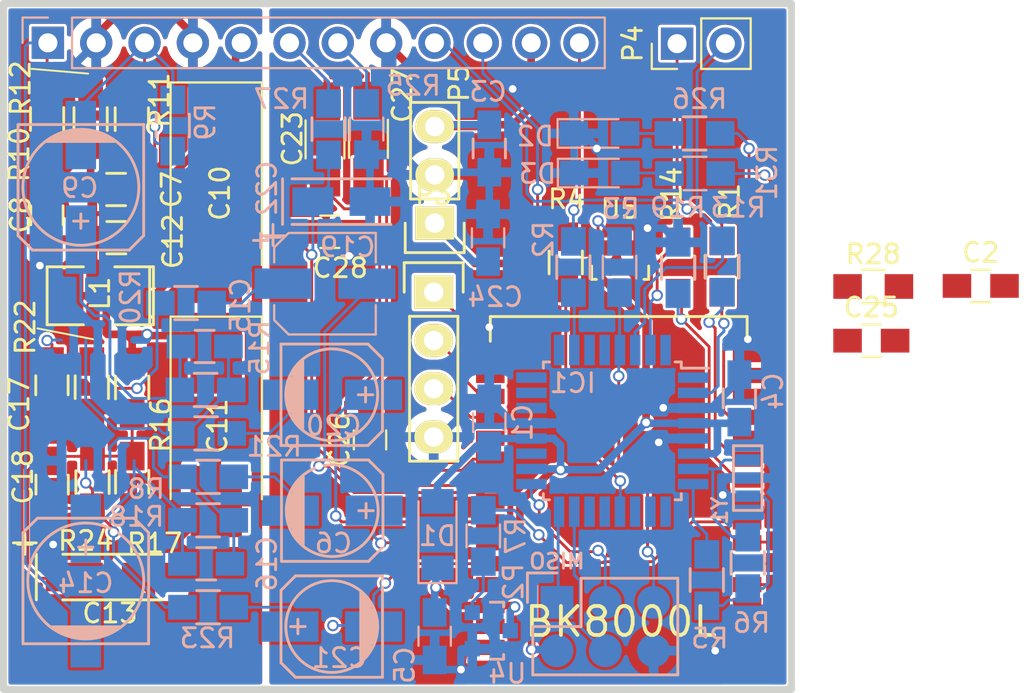
<source format=kicad_pcb>
(kicad_pcb (version 20200518) (host pcbnew "5.99.0-unknown-6083c08~88~ubuntu18.04.1")
  (title_block (date "25 feb 2014"))
  (layers (0 "Front" signal) (31 "Back" signal) (34 "B.Paste" user) (35 "F.Paste" user) (36 "B.SilkS" user) (37 "F.SilkS" user) (38 "B.Mask" user) (39 "F.Mask" user) (44 "Edge.Cuts" user))
  (net 0 "")
  (net 1 "+5V")
  (net 2 "/DataOut")
  (net 3 "GND")
  (net 4 "+12V")
  (net 5 "RX")
  (net 6 "/BT_RESET")
  (net 7 "/ARESET")
  (net 8 "+BATT")
  (net 9 "Net-(IC1-Pad8)")
  (net 10 "/MOSI")
  (net 11 "/MISO")
  (net 12 "/SCK")
  (net 13 "/BTOUTL")
  (net 14 "Net-(C6-Pad2)")
  (net 15 "/BTOUTR")
  (net 16 "Net-(C8-Pad1)")
  (net 17 "/AOUTL")
  (net 18 "/AOUTR")
  (net 19 "GNDA")
  (net 20 "+12C")
  (net 21 "/VGND")
  (net 22 "/DataIn")
  (net 23 "/Clock")
  (net 24 "Net-(C7-Pad1)")
  (net 25 "Net-(C15-Pad1)")
  (net 26 "Net-(C14-Pad1)")
  (net 27 "Net-(C15-Pad2)")
  (net 28 "Net-(C16-Pad2)")
  (net 29 "Net-(C17-Pad1)")
  (net 30 "Net-(C18-Pad1)")
  (net 31 "Net-(C19-Pad1)")
  (net 32 "Net-(C20-Pad2)")
  (net 33 "Net-(C21-Pad1)")
  (net 34 "Net-(IC1-Pad30)")
  (net 35 "Net-(IC1-Pad31)")
  (net 36 "/MIC_BIAS")
  (net 37 "/CDC_ENA_12V")
  (net 38 "/BTOUTRN")
  (net 39 "/BTOUTLN")
  (net 40 "/MICP")
  (net 41 "/MIC_IN2")
  (net 42 "/MICN")
  (net 43 "/MIC_IN1")
  (net 44 "Net-(D2-Pad2)")
  (net 45 "Net-(D3-Pad2)")
  (net 46 "/LED1")
  (net 47 "/LED2")
  (net 48 "/IN_DETECT")
  (net 49 "/INR")
  (net 50 "/INL")
  (net 51 "Net-(IC1-Pad7)")
  (net 52 "Net-(R5-Pad1)")
  (net 53 "Net-(IC1-Pad12)")
  (net 54 "Net-(P1-Pad9)")
  (net 55 "Net-(P1-Pad12)")
  (net 56 "Net-(R3-Pad1)")
  (net 57 "Net-(R7-Pad1)")
  (net 58 "Net-(J1-Pad1)")
  (net 59 "Net-(J2-Pad1)")
  (net 60 "Net-(J3-Pad1)")
  (net 61 "Net-(J4-Pad1)")
  (net 62 "Net-(J5-Pad1)")
  (net 63 "/RX")
  (net 64 "/TX")
  (module "Resistors_SMD:R_0805_HandSoldering" (layer "Front") (at 115.05 151.53)
    (fp_text reference "R28" (at 0 -1.7) (layer "F.SilkS"))
    (fp_text value "10k")
    (pad "1" smd rect (at -1.35 0) (size 1.5 1.3) (layers "Front" "F.Paste" "F.Mask") (net 8 "+BATT"))
    (pad "2" smd rect (at 1.35 0) (size 1.5 1.3) (layers "Front" "F.Paste" "F.Mask"))
  )
  (module "Capacitors_SMD:C_0805_HandSoldering" (layer "Front") (at 114.95 154.38)
    (fp_text reference "C25" (at 0 -1.75) (layer "F.SilkS"))
    (fp_text value "100n")
    (pad "1" smd rect (at -1.25 0) (size 1.5 1.25) (layers "Front" "F.Paste" "F.Mask"))
    (pad "2" smd rect (at 1.25 0) (size 1.5 1.25) (layers "Front" "F.Paste" "F.Mask") (net 3 "GND"))
  )
  (module "Capacitors_SMD:C_0805_HandSoldering" (layer "Front") (at 120.7 151.5)
    (fp_text reference "C2" (at 0 -1.75) (layer "F.SilkS"))
    (fp_text value "100n")
    (pad "1" smd rect (at -1.25 0) (size 1.5 1.25) (layers "Front" "F.Paste" "F.Mask"))
    (pad "2" smd rect (at 1.25 0) (size 1.5 1.25) (layers "Front" "F.Paste" "F.Mask") (net 3 "GND"))
  )
  (module "Capacitors_Tantalum_SMD:CP_Tantalum_Case-D_EIA-7343-31_Hand" (layer "Front") (at 80.518 159.0675 -90)
    (fp_text reference "C11" (at -0.1905 -0.0635 90) (layer "F.SilkS"))
    (fp_text value "100m/16V")
    (pad "1" smd rect (at -3.775 0 270) (size 3.75 2.7) (layers "Front" "F.Paste" "F.Mask") (net 20 "+12C"))
    (pad "2" smd rect (at 3.775 0 270) (size 3.75 2.7) (layers "Front" "F.Paste" "F.Mask") (net 19 "GNDA"))
  )
  (module "Capacitors_Tantalum_SMD:CP_Tantalum_Case-D_EIA-7343-31_Hand" (layer "Front") (at 80.518 146.7485 -90)
    (fp_text reference "C10" (at -0.127 -0.1905 90) (layer "F.SilkS"))
    (fp_text value "100u/16V")
    (pad "1" smd rect (at -3.775 0 270) (size 3.75 2.7) (layers "Front" "F.Paste" "F.Mask") (net 4 "+12V"))
    (pad "2" smd rect (at 3.775 0 270) (size 3.75 2.7) (layers "Front" "F.Paste" "F.Mask") (net 19 "GNDA"))
  )
  (module "SMD_Packages:SMD-1210_Pol" (layer "Front") (at 74.422 152.019 180)
    (fp_text reference "L1" (at 0.01524 0.12192 270) (layer "F.SilkS"))
    (fp_text value "330u")
    (pad "1" smd rect (at -1.778 0 180) (size 1.778 2.794) (layers "Front" "F.Paste" "F.Mask") (net 4 "+12V"))
    (pad "2" smd rect (at 1.778 0 180) (size 1.778 2.794) (layers "Front" "F.Paste" "F.Mask") (net 20 "+12C"))
  )
  (module "Pin_Headers.pretty:Pin_Header_Straight_1x04" (layer "Front") (at 91.948 151.8285)
    (fp_text reference "P3" (at 0 -5.1 180) (layer "F.SilkS"))
    (fp_text value "CONN_4")
    (pad "4" thru_hole oval (at 0 7.62) (size 2.032 1.7272) (drill 1.016) (layers *.Cu *.Mask "F.SilkS") (net 3 "GND"))
    (pad "3" thru_hole oval (at 0 5.08) (size 2.032 1.7272) (drill 1.016) (layers *.Cu *.Mask "F.SilkS") (net 50 "/INL"))
    (pad "2" thru_hole oval (at 0 2.54) (size 2.032 1.7272) (drill 1.016) (layers *.Cu *.Mask "F.SilkS") (net 49 "/INR"))
    (pad "1" thru_hole rect (at 0 0) (size 2.032 1.7272) (drill 1.016) (layers *.Cu *.Mask "F.SilkS") (net 48 "/IN_DETECT"))
  )
  (module "modules:1pin_smd" (layer "Front") (at 109.9185 164.9095)
    (fp_text reference "J5" hide)
    (fp_text value "MOSI")
    (pad "1" smd rect (at 0 0) (size 1 1) (layers "Front" "F.Paste" "F.Mask") (net 62 "Net-(J5-Pad1)") (clearance 0.1))
  )
  (module "modules:1pin_smd" (layer "Front") (at 109.9185 166.0525)
    (fp_text reference "J4" hide)
    (fp_text value "CLK")
    (pad "1" smd rect (at 0 0) (size 1 1) (layers "Front" "F.Paste" "F.Mask") (net 61 "Net-(J4-Pad1)") (clearance 0.1))
  )
  (module "modules:1pin_smd" (layer "Front") (at 109.9185 167.1955)
    (fp_text reference "J3" hide)
    (fp_text value "CSB")
    (pad "1" smd rect (at 0 0) (size 1 1) (layers "Front" "F.Paste" "F.Mask") (net 60 "Net-(J3-Pad1)"))
  )
  (module "modules:1pin_smd" (layer "Front") (at 109.9185 168.3385)
    (fp_text reference "J2" hide)
    (fp_text value "MISO")
    (pad "1" smd rect (at 0 0) (size 1 1) (layers "Front" "F.Paste" "F.Mask") (net 59 "Net-(J2-Pad1)") (clearance 0.1))
  )
  (module "modules:1pin_smd" (layer "Front") (at 109.9185 170.4975)
    (fp_text reference "J1" hide)
    (fp_text value "SPI_PCM")
    (pad "1" smd rect (at 0 0) (size 1 1) (layers "Front" "F.Paste" "F.Mask") (net 58 "Net-(J1-Pad1)") (clearance 0.1))
  )
  (module "Capacitors_SMD:C_0805_HandSoldering" (layer "Back") (at 94.8055 148.971 90)
    (fp_text reference "C24" (at -3.1115 0.381) (layer "B.SilkS") (effects (justify mirror)))
    (fp_text value "100n")
    (pad "1" smd rect (at -1.25 0 90) (size 1.5 1.25) (layers "Back" "B.Paste" "B.Mask") (net 1 "+5V"))
    (pad "2" smd rect (at 1.25 0 90) (size 1.5 1.25) (layers "Back" "B.Paste" "B.Mask") (net 3 "GND"))
  )
  (module "Housings_QFP:TQFP-32_7x7mm_Pitch0.8mm" (layer "Back") (at 101.33584 159.1248 180)
    (fp_text reference "IC1" (at 2.0828 2.5146 180) (layer "B.SilkS") (effects (justify mirror)))
    (fp_text value "ATMEGA88-A")
    (pad "1" smd rect (at -4.25 2.8 180) (size 1.6 0.55) (layers "Back" "B.Paste" "B.Mask"))
    (pad "2" smd rect (at -4.25 2 180) (size 1.6 0.55) (layers "Back" "B.Paste" "B.Mask") (net 23 "/Clock"))
    (pad "3" smd rect (at -4.25 1.2 180) (size 1.6 0.55) (layers "Back" "B.Paste" "B.Mask") (net 3 "GND"))
    (pad "4" smd rect (at -4.25 0.4 180) (size 1.6 0.55) (layers "Back" "B.Paste" "B.Mask") (net 1 "+5V"))
    (pad "5" smd rect (at -4.25 -0.4 180) (size 1.6 0.55) (layers "Back" "B.Paste" "B.Mask") (net 3 "GND"))
    (pad "6" smd rect (at -4.25 -1.2 180) (size 1.6 0.55) (layers "Back" "B.Paste" "B.Mask") (net 1 "+5V"))
    (pad "7" smd rect (at -4.25 -2 180) (size 1.6 0.55) (layers "Back" "B.Paste" "B.Mask") (net 51 "Net-(IC1-Pad7)"))
    (pad "8" smd rect (at -4.25 -2.8 180) (size 1.6 0.55) (layers "Back" "B.Paste" "B.Mask") (net 9 "Net-(IC1-Pad8)"))
    (pad "9" smd rect (at -2.8 -4.25 90) (size 1.6 0.55) (layers "Back" "B.Paste" "B.Mask"))
    (pad "10" smd rect (at -2 -4.25 90) (size 1.6 0.55) (layers "Back" "B.Paste" "B.Mask"))
    (pad "11" smd rect (at -1.2 -4.25 90) (size 1.6 0.55) (layers "Back" "B.Paste" "B.Mask"))
    (pad "12" smd rect (at -0.4 -4.25 90) (size 1.6 0.55) (layers "Back" "B.Paste" "B.Mask") (net 53 "Net-(IC1-Pad12)"))
    (pad "13" smd rect (at 0.4 -4.25 90) (size 1.6 0.55) (layers "Back" "B.Paste" "B.Mask"))
    (pad "14" smd rect (at 1.2 -4.25 90) (size 1.6 0.55) (layers "Back" "B.Paste" "B.Mask"))
    (pad "15" smd rect (at 2 -4.25 90) (size 1.6 0.55) (layers "Back" "B.Paste" "B.Mask") (net 10 "/MOSI"))
    (pad "16" smd rect (at 2.8 -4.25 90) (size 1.6 0.55) (layers "Back" "B.Paste" "B.Mask") (net 11 "/MISO"))
    (pad "17" smd rect (at 4.25 -2.8 180) (size 1.6 0.55) (layers "Back" "B.Paste" "B.Mask") (net 12 "/SCK"))
    (pad "18" smd rect (at 4.25 -2 180) (size 1.6 0.55) (layers "Back" "B.Paste" "B.Mask") (net 1 "+5V"))
    (pad "19" smd rect (at 4.25 -1.2 180) (size 1.6 0.55) (layers "Back" "B.Paste" "B.Mask"))
    (pad "20" smd rect (at 4.25 -0.4 180) (size 1.6 0.55) (layers "Back" "B.Paste" "B.Mask") (net 1 "+5V"))
    (pad "21" smd rect (at 4.25 0.4 180) (size 1.6 0.55) (layers "Back" "B.Paste" "B.Mask") (net 3 "GND"))
    (pad "22" smd rect (at 4.25 1.2 180) (size 1.6 0.55) (layers "Back" "B.Paste" "B.Mask"))
    (pad "23" smd rect (at 4.25 2 180) (size 1.6 0.55) (layers "Back" "B.Paste" "B.Mask"))
    (pad "24" smd rect (at 4.25 2.8 180) (size 1.6 0.55) (layers "Back" "B.Paste" "B.Mask"))
    (pad "25" smd rect (at 2.8 4.25 90) (size 1.6 0.55) (layers "Back" "B.Paste" "B.Mask"))
    (pad "26" smd rect (at 2 4.25 90) (size 1.6 0.55) (layers "Back" "B.Paste" "B.Mask") (net 22 "/DataIn"))
    (pad "27" smd rect (at 1.2 4.25 90) (size 1.6 0.55) (layers "Back" "B.Paste" "B.Mask"))
    (pad "28" smd rect (at 0.4 4.25 90) (size 1.6 0.55) (layers "Back" "B.Paste" "B.Mask"))
    (pad "29" smd rect (at -0.4 4.25 90) (size 1.6 0.55) (layers "Back" "B.Paste" "B.Mask") (net 7 "/ARESET"))
    (pad "30" smd rect (at -1.2 4.25 90) (size 1.6 0.55) (layers "Back" "B.Paste" "B.Mask") (net 34 "Net-(IC1-Pad30)"))
    (pad "31" smd rect (at -2 4.25 90) (size 1.6 0.55) (layers "Back" "B.Paste" "B.Mask") (net 35 "Net-(IC1-Pad31)"))
    (pad "32" smd rect (at -2.8 4.25 90) (size 1.6 0.55) (layers "Back" "B.Paste" "B.Mask"))
  )
  (module "modules:MURATA_CSTCE_V53" (layer "Back") (at 108.45292 162.55746 90)
    (fp_text reference "Y1" (at -0.76454 -1.47 270) (layer "B.SilkS") (effects (font (size 0.8 0.8)) (justify mirror)))
    (fp_text value "16MHz")
    (pad "2" smd rect (at 0.95 0 90) (size 0.6 1.3) (layers "Back" "B.Paste" "B.Mask") (net 3 "GND"))
    (pad "3" smd rect (at 1.9 0 90) (size 0.6 1.3) (layers "Back" "B.Paste" "B.Mask") (net 51 "Net-(IC1-Pad7)"))
    (pad "1" smd rect (at 0 0 90) (size 0.6 1.3) (layers "Back" "B.Paste" "B.Mask") (net 52 "Net-(R5-Pad1)"))
  )
  (module "modules:F-6188_nosilk" (layer "Front") (at 108.42244 153.1112 180)
    (fp_text reference "U2" hide)
    (fp_text value "F-6188" hide)
    (pad "25" smd rect (at 13.5 -10.8 180) (size 1.5 0.8) (layers "Front" "F.Paste" "F.Mask") (net 13 "/BTOUTL"))
    (pad "20" smd rect (at 13.5 -5.3 180) (size 1.5 0.8) (layers "Front" "F.Paste" "F.Mask") (net 50 "/INL"))
    (pad "22" smd rect (at 13.5 -7.5 180) (size 1.5 0.8) (layers "Front" "F.Paste" "F.Mask") (net 40 "/MICP"))
    (pad "30" smd rect (at 13.5 -16.3 180) (size 1.5 0.8) (layers "Front" "F.Paste" "F.Mask"))
    (pad "28" smd rect (at 13.5 -14.1 180) (size 1.5 0.8) (layers "Front" "F.Paste" "F.Mask"))
    (pad "24" smd rect (at 13.5 -9.7 180) (size 1.5 0.8) (layers "Front" "F.Paste" "F.Mask") (net 39 "/BTOUTLN"))
    (pad "21" smd rect (at 13.5 -6.4 180) (size 1.5 0.8) (layers "Front" "F.Paste" "F.Mask") (net 42 "/MICN"))
    (pad "31" smd rect (at 13.5 -17.4 180) (size 1.5 0.8) (layers "Front" "F.Paste" "F.Mask"))
    (pad "18" smd rect (at 13.5 -3.1 180) (size 1.5 0.8) (layers "Front" "F.Paste" "F.Mask") (net 48 "/IN_DETECT"))
    (pad "29" smd rect (at 13.5 -15.2 180) (size 1.5 0.8) (layers "Front" "F.Paste" "F.Mask") (net 8 "+BATT"))
    (pad "19" smd rect (at 13.5 -4.2 180) (size 1.5 0.8) (layers "Front" "F.Paste" "F.Mask") (net 49 "/INR"))
    (pad "27" smd rect (at 13.5 -13 180) (size 1.5 0.8) (layers "Front" "F.Paste" "F.Mask") (net 38 "/BTOUTRN"))
    (pad "17" smd rect (at 13.5 -2 180) (size 1.5 0.8) (layers "Front" "F.Paste" "F.Mask") (net 3 "GND"))
    (pad "23" smd rect (at 13.5 -8.6 180) (size 1.5 0.8) (layers "Front" "F.Paste" "F.Mask") (net 36 "/MIC_BIAS"))
    (pad "32" smd rect (at 13.5 -18.5 180) (size 1.5 0.8) (layers "Front" "F.Paste" "F.Mask") (net 3 "GND"))
    (pad "26" smd rect (at 13.5 -11.9 180) (size 1.5 0.8) (layers "Front" "F.Paste" "F.Mask") (net 15 "/BTOUTR"))
    (pad "4" smd rect (at 0 -15.2 180) (size 1.5 0.8) (layers "Front" "F.Paste" "F.Mask") (net 59 "Net-(J2-Pad1)"))
    (pad "1" smd rect (at 0 -18.5 180) (size 1.5 0.8) (layers "Front" "F.Paste" "F.Mask") (net 3 "GND"))
    (pad "2" smd rect (at 0 -17.4 180) (size 1.5 0.8) (layers "Front" "F.Paste" "F.Mask") (net 58 "Net-(J1-Pad1)"))
    (pad "3" smd rect (at 0 -16.3 180) (size 1.5 0.8) (layers "Front" "F.Paste" "F.Mask") (net 3 "GND"))
    (pad "7" smd rect (at 0 -11.9 180) (size 1.5 0.8) (layers "Front" "F.Paste" "F.Mask") (net 62 "Net-(J5-Pad1)"))
    (pad "5" smd rect (at 0 -14.1 180) (size 1.5 0.8) (layers "Front" "F.Paste" "F.Mask") (net 60 "Net-(J3-Pad1)"))
    (pad "9" smd rect (at 0 -9.7 180) (size 1.5 0.8) (layers "Front" "F.Paste" "F.Mask"))
    (pad "6" smd rect (at 0 -13 180) (size 1.5 0.8) (layers "Front" "F.Paste" "F.Mask") (net 61 "Net-(J4-Pad1)"))
    (pad "10" smd rect (at 0 -8.6 180) (size 1.5 0.8) (layers "Front" "F.Paste" "F.Mask"))
    (pad "8" smd rect (at 0 -10.8 180) (size 1.5 0.8) (layers "Front" "F.Paste" "F.Mask") (net 6 "/BT_RESET"))
    (pad "11" smd rect (at 0 -7.5 180) (size 1.5 0.8) (layers "Front" "F.Paste" "F.Mask"))
    (pad "12" smd rect (at 0 -6.4 180) (size 1.5 0.8) (layers "Front" "F.Paste" "F.Mask"))
    (pad "13" smd rect (at 0 -5.3 180) (size 1.5 0.8) (layers "Front" "F.Paste" "F.Mask") (net 46 "/LED1"))
    (pad "14" smd rect (at 0 -4.2 180) (size 1.5 0.8) (layers "Front" "F.Paste" "F.Mask") (net 47 "/LED2"))
    (pad "15" smd rect (at 0 -3.1 180) (size 1.5 0.8) (layers "Front" "F.Paste" "F.Mask"))
    (pad "16" smd rect (at 0 -2 180) (size 1.5 0.8) (layers "Front" "F.Paste" "F.Mask") (net 3 "GND"))
  )
  (module "Pin_Headers:Pin_Header_Straight_1x12_Pitch2.54mm" (layer "Back") (at 71.66864 138.71448 -90)
    (fp_text reference "P1" hide)
    (fp_text value "CONN_10")
    (pad "12" thru_hole oval (at 0 -27.94 270) (size 1.7 1.7) (drill 1) (layers *.Cu *.Mask) (net 55 "Net-(P1-Pad12)"))
    (pad "11" thru_hole oval (at 0 -25.4 270) (size 1.7 1.7) (drill 1) (layers *.Cu *.Mask) (net 37 "/CDC_ENA_12V"))
    (pad "10" thru_hole oval (at 0 -22.86 270) (size 1.7 1.7) (drill 1) (layers *.Cu *.Mask) (net 2 "/DataOut"))
    (pad "9" thru_hole oval (at 0 -20.32 270) (size 1.7 1.7) (drill 1) (layers *.Cu *.Mask) (net 54 "Net-(P1-Pad9)"))
    (pad "8" thru_hole oval (at 0 -17.78 270) (size 1.7 1.7) (drill 1) (layers *.Cu *.Mask) (net 3 "GND"))
    (pad "7" thru_hole oval (at 0 -15.24 270) (size 1.7 1.7) (drill 1) (layers *.Cu *.Mask) (net 43 "/MIC_IN1"))
    (pad "6" thru_hole oval (at 0 -12.7 270) (size 1.7 1.7) (drill 1) (layers *.Cu *.Mask) (net 41 "/MIC_IN2"))
    (pad "5" thru_hole oval (at 0 -10.16 270) (size 1.7 1.7) (drill 1) (layers *.Cu *.Mask) (net 4 "+12V"))
    (pad "4" thru_hole oval (at 0 -7.62 270) (size 1.7 1.7) (drill 1) (layers *.Cu *.Mask) (net 19 "GNDA"))
    (pad "3" thru_hole oval (at 0 -5.08 270) (size 1.7 1.7) (drill 1) (layers *.Cu *.Mask) (net 18 "/AOUTR"))
    (pad "2" thru_hole oval (at 0 -2.54 270) (size 1.7 1.7) (drill 1) (layers *.Cu *.Mask) (net 19 "GNDA"))
    (pad "1" thru_hole rect (at 0 0 270) (size 1.7 1.7) (drill 1) (layers *.Cu *.Mask) (net 17 "/AOUTL"))
  )
  (module "Capacitors_SMD:c_elec_6.3x5.7" (layer "Back") (at 73.66 167.02024 90)
    (fp_text reference "C14" (at -0.11176 0 180) (layer "B.SilkS") (effects (justify mirror)))
    (fp_text value "47m/25V")
    (pad "1" smd rect (at 2.75082 0 90) (size 3.59918 1.6002) (layers "Back" "B.Paste" "B.Mask") (net 26 "Net-(C14-Pad1)"))
    (pad "2" smd rect (at -2.75082 0 90) (size 3.59918 1.6002) (layers "Back" "B.Paste" "B.Mask") (net 17 "/AOUTL"))
  )
  (module "Capacitors_Tantalum_SMD:TantalC_SizeA_EIA-3216_HandSoldering" (layer "Front") (at 75.057 166.8145)
    (fp_text reference "C13" (at -0.127 1.905) (layer "F.SilkS"))
    (fp_text value "2m2/16V")
    (fp_text user "+" (at -4.59994 -1.80086 180) (layer "F.SilkS"))
    (pad "2" smd rect (at 1.99898 0) (size 2.99974 1.50114) (layers "Front" "F.Paste" "F.Mask") (net 19 "GNDA"))
    (pad "1" smd rect (at -1.99898 0) (size 2.99974 1.50114) (layers "Front" "F.Paste" "F.Mask") (net 21 "/VGND"))
  )
  (module "Resistors_SMD:R_0805_HandSoldering" (layer "Front") (at 76.0984 156.84754 90)
    (fp_text reference "R16" (at -1.96596 1.4986 90) (layer "F.SilkS"))
    (fp_text value "100k")
    (pad "1" smd rect (at -1.35 0 90) (size 1.5 1.3) (layers "Front" "F.Paste" "F.Mask") (net 21 "/VGND"))
    (pad "2" smd rect (at 1.35 0 90) (size 1.5 1.3) (layers "Front" "F.Paste" "F.Mask") (net 20 "+12C"))
  )
  (module "Capacitors_Tantalum_SMD.pretty:TantalC_SizeA_EIA-3216_Wave" (layer "Back") (at 87.09914 147.066)
    (fp_text reference "C22" (at -3.91414 -0.6985 270) (layer "B.SilkS") (effects (justify mirror)))
    (fp_text value "4u7/10V")
    (fp_text user "+" (at -3.59918 1.80086 180) (layer "B.SilkS") (effects (justify mirror)))
    (pad "1" smd rect (at -1.50114 0) (size 2.14884 1.50114) (layers "Back" "B.Paste" "B.Mask") (net 36 "/MIC_BIAS"))
    (pad "2" smd rect (at 1.50114 0) (size 2.14884 1.50114) (layers "Back" "B.Paste" "B.Mask") (net 3 "GND"))
  )
  (module "Resistors_SMD:R_0805_HandSoldering" (layer "Front") (at 76.10094 161.80436 90)
    (fp_text reference "R17" (at -3.23214 1.17856 180) (layer "F.SilkS"))
    (fp_text value "100k")
    (pad "1" smd rect (at -1.35 0 90) (size 1.5 1.3) (layers "Front" "F.Paste" "F.Mask") (net 19 "GNDA"))
    (pad "2" smd rect (at 1.35 0 90) (size 1.5 1.3) (layers "Front" "F.Paste" "F.Mask") (net 21 "/VGND"))
  )
  (module "Capacitors_SMD:C_0805_HandSoldering" (layer "Back") (at 79.9084 154.686)
    (fp_text reference "C15" (at 1.8796 -2.159 270) (layer "B.SilkS") (effects (justify mirror)))
    (fp_text value "33p")
    (pad "1" smd rect (at -1.25 0) (size 1.5 1.25) (layers "Back" "B.Paste" "B.Mask") (net 25 "Net-(C15-Pad1)"))
    (pad "2" smd rect (at 1.25 0) (size 1.5 1.25) (layers "Back" "B.Paste" "B.Mask") (net 27 "Net-(C15-Pad2)"))
  )
  (module "Resistors_SMD:R_0805_HandSoldering" (layer "Back") (at 88.41944 143.24584 90)
    (fp_text reference "R25" (at 2.27584 2.44906 180) (layer "B.SilkS") (effects (justify mirror)))
    (fp_text value "1k2")
    (pad "1" smd rect (at -1.35 0 90) (size 1.5 1.3) (layers "Back" "B.Paste" "B.Mask") (net 3 "GND"))
    (pad "2" smd rect (at 1.35 0 90) (size 1.5 1.3) (layers "Back" "B.Paste" "B.Mask") (net 43 "/MIC_IN1"))
  )
  (module "Capacitors_SMD:C_1206_HandSoldering" (layer "Front") (at 86.233 143.7955 90)
    (fp_text reference "C23" (at 0.0315 -1.7145 90) (layer "F.SilkS"))
    (fp_text value "1u/10V")
    (pad "1" smd rect (at -2 0 90) (size 2 1.6) (layers "Front" "F.Paste" "F.Mask") (net 40 "/MICP"))
    (pad "2" smd rect (at 2 0 90) (size 2 1.6) (layers "Front" "F.Paste" "F.Mask") (net 41 "/MIC_IN2"))
  )
  (module "Capacitors_SMD:C_0805_HandSoldering" (layer "Back") (at 108.0135 157.4165 90)
    (fp_text reference "C4" (at 0.381 1.778 270) (layer "B.SilkS") (effects (justify mirror)))
    (fp_text value "100n")
    (pad "1" smd rect (at -1.25 0 90) (size 1.5 1.25) (layers "Back" "B.Paste" "B.Mask") (net 1 "+5V"))
    (pad "2" smd rect (at 1.25 0 90) (size 1.5 1.25) (layers "Back" "B.Paste" "B.Mask") (net 3 "GND"))
  )
  (module "Capacitors_SMD:C_1206_HandSoldering" (layer "Front") (at 88.519 143.7635 90)
    (fp_text reference "C27" (at 2.2855 1.778 270) (layer "F.SilkS"))
    (fp_text value "1u/10V")
    (pad "1" smd rect (at -2 0 90) (size 2 1.6) (layers "Front" "F.Paste" "F.Mask") (net 42 "/MICN"))
    (pad "2" smd rect (at 2 0 90) (size 2 1.6) (layers "Front" "F.Paste" "F.Mask") (net 43 "/MIC_IN1"))
  )
  (module "Pin_Headers.pretty:Pin_Header_Straight_1x03" (layer "Front") (at 92 148.2 180)
    (fp_text reference "P5" (at -1.2815 7.357 90) (layer "F.SilkS"))
    (fp_text value "CONN_4")
    (pad "3" thru_hole oval (at 0 5.08 180) (size 2.032 1.7272) (drill 1.016) (layers *.Cu *.Mask "F.SilkS") (net 37 "/CDC_ENA_12V"))
    (pad "2" thru_hole oval (at 0 2.54 180) (size 2.032 1.7272) (drill 1.016) (layers *.Cu *.Mask "F.SilkS") (net 3 "GND"))
    (pad "1" thru_hole rect (at 0 0 180) (size 2.032 1.7272) (drill 1.016) (layers *.Cu *.Mask "F.SilkS") (net 1 "+5V"))
  )
  (module "TO_SOT_Packages_SMD.pretty:SOT-23" (layer "Front") (at 101.74732 150.50516 180)
    (fp_text reference "U5" (at 0.02032 3.05816) (layer "F.SilkS"))
    (fp_text value "MAX809")
    (pad "3" smd rect (at 0 -0.99822 180) (size 0.8001 0.8001) (layers "Front" "F.Paste" "F.Mask") (net 1 "+5V"))
    (pad "2" smd rect (at 0.95 1.00076 180) (size 0.8001 0.8001) (layers "Front" "F.Paste" "F.Mask") (net 56 "Net-(R3-Pad1)"))
    (pad "1" smd rect (at -0.95 1.00076 180) (size 0.8001 0.8001) (layers "Front" "F.Paste" "F.Mask") (net 3 "GND"))
  )
  (module "TO_SOT_Packages_SMD.pretty:SOT-23" (layer "Back") (at 94.97314 169.63644 90)
    (fp_text reference "U4" (at -2.25806 0.84836 180) (layer "B.SilkS") (effects (justify mirror)))
    (fp_text value "MAX809")
    (pad "3" smd rect (at 0 0.99822 90) (size 0.8001 0.8001) (layers "Back" "B.Paste" "B.Mask") (net 8 "+BATT"))
    (pad "2" smd rect (at 0.95 -1.00076 90) (size 0.8001 0.8001) (layers "Back" "B.Paste" "B.Mask") (net 57 "Net-(R7-Pad1)"))
    (pad "1" smd rect (at -0.95 -1.00076 90) (size 0.8001 0.8001) (layers "Back" "B.Paste" "B.Mask") (net 3 "GND"))
  )
  (module "Pin_Headers:Pin_Header_Straight_1x02_Pitch2.54mm" (layer "Front") (at 104.73944 138.75766 90)
    (fp_text reference "P4" (at 0 -2.33 90) (layer "F.SilkS"))
    (fp_text value "SERIAL")
    (pad "1" thru_hole rect (at 0 0 90) (size 1.7 1.7) (drill 1) (layers *.Cu *.Mask) (net 35 "Net-(IC1-Pad31)"))
    (pad "2" thru_hole oval (at 0 2.54 90) (size 1.7 1.7) (drill 1) (layers *.Cu *.Mask) (net 34 "Net-(IC1-Pad30)"))
  )
  (module "Capacitors_SMD:C_0805_HandSoldering" (layer "Back") (at 94.869 158.6865 90)
    (fp_text reference "C1" (at 0 1.75 90) (layer "B.SilkS") (effects (justify mirror)))
    (fp_text value "100n")
    (pad "1" smd rect (at -1.25 0 90) (size 1.5 1.25) (layers "Back" "B.Paste" "B.Mask") (net 1 "+5V"))
    (pad "2" smd rect (at 1.25 0 90) (size 1.5 1.25) (layers "Back" "B.Paste" "B.Mask") (net 3 "GND"))
  )
  (module "Capacitors_SMD:C_0805_HandSoldering" (layer "Back") (at 91.9988 169.926 -90)
    (fp_text reference "C5" (at 1.524 1.5748 90) (layer "B.SilkS") (effects (justify mirror)))
    (fp_text value "100n")
    (pad "1" smd rect (at -1.25 0 270) (size 1.5 1.25) (layers "Back" "B.Paste" "B.Mask") (net 8 "+BATT"))
    (pad "2" smd rect (at 1.25 0 270) (size 1.5 1.25) (layers "Back" "B.Paste" "B.Mask") (net 3 "GND"))
  )
  (module "Resistors_SMD:R_0805_HandSoldering" (layer "Back") (at 101.71684 150.51024 -90)
    (fp_text reference "R3" (at -3.06324 -0.07366) (layer "B.SilkS") (effects (justify mirror)))
    (fp_text value "100")
    (pad "1" smd rect (at -1.35 0 270) (size 1.5 1.3) (layers "Back" "B.Paste" "B.Mask") (net 56 "Net-(R3-Pad1)"))
    (pad "2" smd rect (at 1.35 0 270) (size 1.5 1.3) (layers "Back" "B.Paste" "B.Mask") (net 7 "/ARESET"))
  )
  (module "Diodes_SMD:D_MiniMELF" (layer "Back") (at 92.14612 164.58184 90)
    (fp_text reference "D1" (at -0.07366 -0.00762 180) (layer "B.SilkS") (effects (justify mirror)))
    (fp_text value "1N4148")
    (pad "1" smd rect (at -1.75 0 90) (size 1.3 1.7) (layers "Back" "B.Paste" "B.Mask") (net 8 "+BATT"))
    (pad "2" smd rect (at 1.75 0 90) (size 1.3 1.7) (layers "Back" "B.Paste" "B.Mask") (net 1 "+5V"))
  )
  (module "Capacitors_SMD:C_0805_HandSoldering" (layer "Front") (at 86.487 148.6535)
    (fp_text reference "C28" (at 0.5515 1.905) (layer "F.SilkS"))
    (fp_text value "100n")
    (pad "2" smd rect (at 1.25 0) (size 1.5 1.25) (layers "Front" "F.Paste" "F.Mask") (net 3 "GND"))
    (pad "1" smd rect (at -1.25 0) (size 1.5 1.25) (layers "Front" "F.Paste" "F.Mask") (net 36 "/MIC_BIAS"))
  )
  (module "Pin_Headers:Pin_Header_Straight_2x03" (layer "Back") (at 98.425 168.148 -90)
    (fp_text reference "P2" (at -1.0795 2.286 -90) (layer "B.SilkS") (effects (justify mirror)))
    (fp_text value "SPI")
    (pad "1" smd rect (at 0 0 270) (size 1.7272 1.7272) (layers "Back" "B.Paste" "B.Mask") (net 11 "/MISO"))
    (pad "2" smd oval (at 2.54 0 270) (size 1.7272 1.7272) (layers "Back" "B.Paste" "B.Mask") (net 1 "+5V"))
    (pad "3" smd oval (at 0 -2.54 270) (size 1.7272 1.7272) (layers "Back" "B.Paste" "B.Mask") (net 12 "/SCK"))
    (pad "4" smd oval (at 2.54 -2.54 270) (size 1.7272 1.7272) (layers "Back" "B.Paste" "B.Mask") (net 10 "/MOSI"))
    (pad "5" smd oval (at 0 -5.08 270) (size 1.7272 1.7272) (layers "Back" "B.Paste" "B.Mask") (net 7 "/ARESET"))
    (pad "6" smd oval (at 2.54 -5.08 270) (size 1.7272 1.7272) (layers "Back" "B.Paste" "B.Mask") (net 3 "GND"))
  )
  (module "Capacitors_SMD:c_elec_5x5.8" (layer "Back") (at 86.5886 157.226)
    (fp_text reference "C20" (at 0.1016 1.62052) (layer "B.SilkS") (effects (justify mirror)))
    (fp_text value "10m/16V")
    (pad "1" smd rect (at 2.19964 0) (size 2.99974 1.6002) (layers "Back" "B.Paste" "B.Mask") (net 13 "/BTOUTL"))
    (pad "2" smd rect (at -2.19964 0) (size 2.99974 1.6002) (layers "Back" "B.Paste" "B.Mask") (net 32 "Net-(C20-Pad2)"))
  )
  (module "Capacitors_SMD:CP_Elec_5x5.8" (layer "Back") (at 86.233 151.384)
    (fp_text reference "C19" (at 1.19416 -1.92278) (layer "B.SilkS") (effects (justify mirror)))
    (fp_text value "10m/16V")
    (fp_text user "+" (at -3.38 -2.35) (layer "B.SilkS") (effects (justify mirror)))
    (pad "2" smd rect (at 2.2 0 180) (size 3 1.6) (layers "Back" "B.Paste" "B.Mask") (net 39 "/BTOUTLN"))
    (pad "1" smd rect (at -2.2 0 180) (size 3 1.6) (layers "Back" "B.Paste" "B.Mask") (net 31 "Net-(C19-Pad1)"))
  )
  (module "Resistors_SMD:R_0805_HandSoldering" (layer "Front") (at 104.79278 150.53056 -90)
    (fp_text reference "R14" (at -3.84556 0.33528 90) (layer "F.SilkS"))
    (fp_text value "330")
    (pad "1" smd rect (at -1.35 0 270) (size 1.5 1.3) (layers "Front" "F.Paste" "F.Mask") (net 35 "Net-(IC1-Pad31)"))
    (pad "2" smd rect (at 1.35 0 270) (size 1.5 1.3) (layers "Front" "F.Paste" "F.Mask") (net 64 "/TX"))
  )
  (module "Capacitors_SMD:c_elec_5x5.8" (layer "Back") (at 86.5886 169.418 180)
    (fp_text reference "C21" (at -0.4064 -1.651 180) (layer "B.SilkS") (effects (justify mirror)))
    (fp_text value "10m/16V")
    (pad "1" smd rect (at 2.19964 0 180) (size 2.99974 1.6002) (layers "Back" "B.Paste" "B.Mask") (net 33 "Net-(C21-Pad1)"))
    (pad "2" smd rect (at -2.19964 0 180) (size 2.99974 1.6002) (layers "Back" "B.Paste" "B.Mask") (net 38 "/BTOUTRN"))
  )
  (module "Resistors_SMD:R_0805_HandSoldering" (layer "Back") (at 99.2886 150.51024 -90)
    (fp_text reference "R2" (at -1.4478 1.5748 90) (layer "B.SilkS") (effects (justify mirror)))
    (fp_text value "3k3")
    (pad "1" smd rect (at -1.35 0 270) (size 1.5 1.3) (layers "Back" "B.Paste" "B.Mask") (net 55 "Net-(P1-Pad12)"))
    (pad "2" smd rect (at 1.35 0 270) (size 1.5 1.3) (layers "Back" "B.Paste" "B.Mask") (net 22 "/DataIn"))
  )
  (module "Resistors_SMD:R_0805_HandSoldering" (layer "Back") (at 80.09 168.402 180)
    (fp_text reference "R23" (at 0.03048 -1.6256 180) (layer "B.SilkS") (effects (justify mirror)))
    (fp_text value "22k")
    (pad "1" smd rect (at -1.35 0 180) (size 1.5 1.3) (layers "Back" "B.Paste" "B.Mask") (net 33 "Net-(C21-Pad1)"))
    (pad "2" smd rect (at 1.35 0 180) (size 1.5 1.3) (layers "Back" "B.Paste" "B.Mask") (net 30 "Net-(C18-Pad1)"))
  )
  (module "Capacitors_SMD:C_0805_HandSoldering" (layer "Back") (at 94.869 144.272 -90)
    (fp_text reference "C3" (at -2.9845 0.0635) (layer "B.SilkS") (effects (justify mirror)))
    (fp_text value "100n")
    (pad "1" smd rect (at -1.25 0 270) (size 1.5 1.25) (layers "Back" "B.Paste" "B.Mask") (net 37 "/CDC_ENA_12V"))
    (pad "2" smd rect (at 1.25 0 270) (size 1.5 1.25) (layers "Back" "B.Paste" "B.Mask") (net 3 "GND"))
  )
  (module "Resistors_SMD:R_0805_HandSoldering" (layer "Front") (at 107.08894 150.48992 -90)
    (fp_text reference "R1" (at -3.42392 -0.41656 90) (layer "F.SilkS"))
    (fp_text value "3k3")
    (pad "1" smd rect (at -1.35 0 270) (size 1.5 1.3) (layers "Front" "F.Paste" "F.Mask") (net 54 "Net-(P1-Pad9)"))
    (pad "2" smd rect (at 1.35 0 270) (size 1.5 1.3) (layers "Front" "F.Paste" "F.Mask") (net 23 "/Clock"))
  )
  (module "Resistors_SMD:R_0805_HandSoldering" (layer "Front") (at 98.88728 150.26386 90)
    (fp_text reference "R4" (at 3.32486 0.04572) (layer "F.SilkS"))
    (fp_text value "3k3")
    (pad "1" smd rect (at -1.35 0 90) (size 1.5 1.3) (layers "Front" "F.Paste" "F.Mask") (net 53 "Net-(IC1-Pad12)"))
    (pad "2" smd rect (at 1.35 0 90) (size 1.5 1.3) (layers "Front" "F.Paste" "F.Mask") (net 2 "/DataOut"))
  )
  (module "Resistors_SMD:R_0805_HandSoldering" (layer "Back") (at 106.30154 166.96944 90)
    (fp_text reference "R5" (at -3.07086 0.15494) (layer "B.SilkS") (effects (justify mirror)))
    (fp_text value "20")
    (pad "1" smd rect (at -1.35 0 90) (size 1.5 1.3) (layers "Back" "B.Paste" "B.Mask") (net 52 "Net-(R5-Pad1)"))
    (pad "2" smd rect (at 1.35 0 90) (size 1.5 1.3) (layers "Back" "B.Paste" "B.Mask") (net 9 "Net-(IC1-Pad8)"))
  )
  (module "Resistors_SMD:R_0805_HandSoldering" (layer "Back") (at 108.45292 166.069 -90)
    (fp_text reference "R6" (at 3.15596 -0.2032 180) (layer "B.SilkS") (effects (justify mirror)))
    (fp_text value "1M")
    (pad "1" smd rect (at -1.35 0 270) (size 1.5 1.3) (layers "Back" "B.Paste" "B.Mask") (net 51 "Net-(IC1-Pad7)"))
    (pad "2" smd rect (at 1.35 0 270) (size 1.5 1.3) (layers "Back" "B.Paste" "B.Mask") (net 52 "Net-(R5-Pad1)"))
  )
  (module "Capacitors_SMD:c_elec_5x5.8" (layer "Back") (at 86.614 163.322)
    (fp_text reference "C6" (at 0.0635 1.7145) (layer "B.SilkS") (effects (justify mirror)))
    (fp_text value "10m/16V")
    (pad "1" smd rect (at 2.19964 0) (size 2.99974 1.6002) (layers "Back" "B.Paste" "B.Mask") (net 15 "/BTOUTR"))
    (pad "2" smd rect (at -2.19964 0) (size 2.99974 1.6002) (layers "Back" "B.Paste" "B.Mask") (net 14 "Net-(C6-Pad2)"))
  )
  (module "Capacitors_SMD:c_elec_6.3x5.7" (layer "Back") (at 73.40092 146.31416 -90)
    (fp_text reference "C9" (at 0.03302 0.05842) (layer "B.SilkS") (effects (justify mirror)))
    (fp_text value "47m/25V")
    (pad "1" smd rect (at 2.75082 0 270) (size 3.59918 1.6002) (layers "Back" "B.Paste" "B.Mask") (net 25 "Net-(C15-Pad1)"))
    (pad "2" smd rect (at -2.75082 0 270) (size 3.59918 1.6002) (layers "Back" "B.Paste" "B.Mask") (net 18 "/AOUTR"))
  )
  (module "Capacitors_SMD:C_0805_HandSoldering" (layer "Front") (at 75.26782 148.9634 180)
    (fp_text reference "C12" (at -2.96418 -0.1981 270) (layer "F.SilkS"))
    (fp_text value "100n")
    (pad "1" smd rect (at -1.25 0 180) (size 1.5 1.25) (layers "Front" "F.Paste" "F.Mask") (net 20 "+12C"))
    (pad "2" smd rect (at 1.25 0 180) (size 1.5 1.25) (layers "Front" "F.Paste" "F.Mask") (net 19 "GNDA"))
  )
  (module "Resistors_SMD:R_0805_HandSoldering" (layer "Back") (at 80.09 161.544)
    (fp_text reference "R8" (at -3.255 0.635 180) (layer "B.SilkS") (effects (justify mirror)))
    (fp_text value "22k")
    (pad "1" smd rect (at -1.35 0) (size 1.5 1.3) (layers "Back" "B.Paste" "B.Mask") (net 28 "Net-(C16-Pad2)"))
    (pad "2" smd rect (at 1.35 0) (size 1.5 1.3) (layers "Back" "B.Paste" "B.Mask") (net 14 "Net-(C6-Pad2)"))
  )
  (module "Resistors_SMD:R_0805_HandSoldering" (layer "Back") (at 78.232 143.0655 90)
    (fp_text reference "R9" (at 0.1905 1.7145 90) (layer "B.SilkS") (effects (justify mirror)))
    (fp_text value "39R")
    (pad "1" smd rect (at -1.35 0 90) (size 1.5 1.3) (layers "Back" "B.Paste" "B.Mask") (net 24 "Net-(C7-Pad1)"))
    (pad "2" smd rect (at 1.35 0 90) (size 1.5 1.3) (layers "Back" "B.Paste" "B.Mask") (net 18 "/AOUTR"))
  )
  (module "Resistors_SMD:R_0805_HandSoldering" (layer "Front") (at 71.628 142.7188 90)
    (fp_text reference "R10" (at -1.8707 -1.4605 270) (layer "F.SilkS"))
    (fp_text value "39R")
    (pad "1" smd rect (at -1.35 0 90) (size 1.5 1.3) (layers "Front" "F.Paste" "F.Mask") (net 16 "Net-(C8-Pad1)"))
    (pad "2" smd rect (at 1.35 0 90) (size 1.5 1.3) (layers "Front" "F.Paste" "F.Mask") (net 17 "/AOUTL"))
  )
  (module "Resistors_SMD:R_0805_HandSoldering" (layer "Front") (at 76.08062 142.73022 90)
    (fp_text reference "R11" (at 0.99822 1.45288 270) (layer "F.SilkS"))
    (fp_text value "47k")
    (pad "1" smd rect (at -1.35 0 90) (size 1.5 1.3) (layers "Front" "F.Paste" "F.Mask") (net 19 "GNDA"))
    (pad "2" smd rect (at 1.35 0 90) (size 1.5 1.3) (layers "Front" "F.Paste" "F.Mask") (net 18 "/AOUTR"))
  )
  (module "Resistors_SMD:R_0805_HandSoldering" (layer "Front") (at 73.914 142.7226 90)
    (fp_text reference "R12" (at 1.6256 -3.683 270) (layer "F.SilkS"))
    (fp_text value "47k")
    (pad "1" smd rect (at -1.35 0 90) (size 1.5 1.3) (layers "Front" "F.Paste" "F.Mask") (net 19 "GNDA"))
    (pad "2" smd rect (at 1.35 0 90) (size 1.5 1.3) (layers "Front" "F.Paste" "F.Mask") (net 17 "/AOUTL"))
  )
  (module "Resistors_SMD:R_0805_HandSoldering" (layer "Back") (at 107.12704 150.47722 -90)
    (fp_text reference "R13" (at -3.09372 -0.82296) (layer "B.SilkS") (effects (justify mirror)))
    (fp_text value "330")
    (pad "1" smd rect (at -1.35 0 270) (size 1.5 1.3) (layers "Back" "B.Paste" "B.Mask") (net 34 "Net-(IC1-Pad30)"))
    (pad "2" smd rect (at 1.35 0 270) (size 1.5 1.3) (layers "Back" "B.Paste" "B.Mask"))
  )
  (module "Resistors_SMD:R_0805_HandSoldering" (layer "Back") (at 79.9592 156.972 180)
    (fp_text reference "R15" (at -2.8448 2.2225 90) (layer "B.SilkS") (effects (justify mirror)))
    (fp_text value "47k")
    (pad "1" smd rect (at -1.35 0 180) (size 1.5 1.3) (layers "Back" "B.Paste" "B.Mask") (net 27 "Net-(C15-Pad2)"))
    (pad "2" smd rect (at 1.35 0 180) (size 1.5 1.3) (layers "Back" "B.Paste" "B.Mask") (net 25 "Net-(C15-Pad1)"))
  )
  (module "Capacitors_SMD:C_0805_HandSoldering" (layer "Back") (at 79.99 166.116)
    (fp_text reference "C16" (at 3.195 0 90) (layer "B.SilkS") (effects (justify mirror)))
    (fp_text value "33p")
    (pad "1" smd rect (at -1.25 0) (size 1.5 1.25) (layers "Back" "B.Paste" "B.Mask") (net 26 "Net-(C14-Pad1)"))
    (pad "2" smd rect (at 1.25 0) (size 1.5 1.25) (layers "Back" "B.Paste" "B.Mask") (net 28 "Net-(C16-Pad2)"))
  )
  (module "Capacitors_SMD:C_0805_HandSoldering" (layer "Front") (at 71.882 156.7269 -90)
    (fp_text reference "C17" (at 1.0071 1.7145 -90) (layer "F.SilkS"))
    (fp_text value "33p")
    (pad "1" smd rect (at -1.25 0 270) (size 1.5 1.25) (layers "Front" "F.Paste" "F.Mask") (net 29 "Net-(C17-Pad1)"))
    (pad "2" smd rect (at 1.25 0 270) (size 1.5 1.25) (layers "Front" "F.Paste" "F.Mask") (net 21 "/VGND"))
  )
  (module "Capacitors_SMD:C_0805_HandSoldering" (layer "Front") (at 71.89216 161.95168 90)
    (fp_text reference "C18" (at 0.40768 -1.53416 90) (layer "F.SilkS"))
    (fp_text value "33p")
    (pad "1" smd rect (at -1.25 0 90) (size 1.5 1.25) (layers "Front" "F.Paste" "F.Mask") (net 30 "Net-(C18-Pad1)"))
    (pad "2" smd rect (at 1.25 0 90) (size 1.5 1.25) (layers "Front" "F.Paste" "F.Mask") (net 21 "/VGND"))
  )
  (module "Resistors_SMD:R_0805_HandSoldering" (layer "Back") (at 80.09 163.83 180)
    (fp_text reference "R18" (at 3.763 0.1905 180) (layer "B.SilkS") (effects (justify mirror)))
    (fp_text value "47k")
    (pad "1" smd rect (at -1.35 0 180) (size 1.5 1.3) (layers "Back" "B.Paste" "B.Mask") (net 28 "Net-(C16-Pad2)"))
    (pad "2" smd rect (at 1.35 0 180) (size 1.5 1.3) (layers "Back" "B.Paste" "B.Mask") (net 26 "Net-(C14-Pad1)"))
  )
  (module "Resistors_SMD:R_0805_HandSoldering" (layer "Back") (at 104.79278 150.55976 90)
    (fp_text reference "R19" (at 3.17626 -0.01778) (layer "B.SilkS") (effects (justify mirror)))
    (fp_text value "4k7")
    (pad "1" smd rect (at -1.35 0 90) (size 1.5 1.3) (layers "Back" "B.Paste" "B.Mask") (net 64 "/TX"))
    (pad "2" smd rect (at 1.35 0 90) (size 1.5 1.3) (layers "Back" "B.Paste" "B.Mask") (net 3 "GND"))
  )
  (module "Resistors_SMD:R_0805_HandSoldering" (layer "Back") (at 78.9305 152.4 180)
    (fp_text reference "R20" (at 2.921 0.3175 270) (layer "B.SilkS") (effects (justify mirror)))
    (fp_text value "22k")
    (pad "1" smd rect (at -1.35 0 180) (size 1.5 1.3) (layers "Back" "B.Paste" "B.Mask") (net 31 "Net-(C19-Pad1)"))
    (pad "2" smd rect (at 1.35 0 180) (size 1.5 1.3) (layers "Back" "B.Paste" "B.Mask") (net 29 "Net-(C17-Pad1)"))
  )
  (module "Resistors_SMD:R_0805_HandSoldering" (layer "Back") (at 79.9846 159.258)
    (fp_text reference "R21" (at 3.5814 0.6985) (layer "B.SilkS") (effects (justify mirror)))
    (fp_text value "22k")
    (pad "1" smd rect (at -1.35 0) (size 1.5 1.3) (layers "Back" "B.Paste" "B.Mask") (net 27 "Net-(C15-Pad2)"))
    (pad "2" smd rect (at 1.35 0) (size 1.5 1.3) (layers "Back" "B.Paste" "B.Mask") (net 32 "Net-(C20-Pad2)"))
  )
  (module "Resistors_SMD:R_0805_HandSoldering" (layer "Front") (at 73.9775 156.8285 90)
    (fp_text reference "R22" (at 3.1585 -3.4925 90) (layer "F.SilkS"))
    (fp_text value "47k")
    (pad "1" smd rect (at -1.35 0 90) (size 1.5 1.3) (layers "Front" "F.Paste" "F.Mask") (net 21 "/VGND"))
    (pad "2" smd rect (at 1.35 0 90) (size 1.5 1.3) (layers "Front" "F.Paste" "F.Mask") (net 29 "Net-(C17-Pad1)"))
  )
  (module "Resistors_SMD:R_0805_HandSoldering" (layer "Front") (at 74.01306 161.81706 -90)
    (fp_text reference "R24" (at 3.09244 0.35306 180) (layer "F.SilkS"))
    (fp_text value "47k")
    (pad "1" smd rect (at -1.35 0 270) (size 1.5 1.3) (layers "Front" "F.Paste" "F.Mask") (net 21 "/VGND"))
    (pad "2" smd rect (at 1.35 0 270) (size 1.5 1.3) (layers "Front" "F.Paste" "F.Mask") (net 30 "Net-(C18-Pad1)"))
  )
  (module "Resistors_SMD:R_0805_HandSoldering" (layer "Back") (at 105.66272 143.47952 180)
    (fp_text reference "R26" (at -0.25528 1.81102 180) (layer "B.SilkS") (effects (justify mirror)))
    (fp_text value "1k")
    (pad "1" smd rect (at -1.35 0 180) (size 1.5 1.3) (layers "Back" "B.Paste" "B.Mask") (net 46 "/LED1"))
    (pad "2" smd rect (at 1.35 0 180) (size 1.5 1.3) (layers "Back" "B.Paste" "B.Mask") (net 44 "Net-(D2-Pad2)"))
  )
  (module "Capacitors_SMD:C_0805_HandSoldering" (layer "Front") (at 75.25258 146.42846 180)
    (fp_text reference "C7" (at -2.91592 -0.00254 270) (layer "F.SilkS"))
    (fp_text value "100n")
    (pad "1" smd rect (at -1.25 0 180) (size 1.5 1.25) (layers "Front" "F.Paste" "F.Mask") (net 24 "Net-(C7-Pad1)"))
    (pad "2" smd rect (at 1.25 0 180) (size 1.5 1.25) (layers "Front" "F.Paste" "F.Mask") (net 19 "GNDA"))
  )
  (module "Capacitors_SMD:C_0805_HandSoldering" (layer "Front") (at 71.61784 147.78736 -90)
    (fp_text reference "C8" (at -0.02286 1.38684 90) (layer "F.SilkS"))
    (fp_text value "100n")
    (pad "1" smd rect (at -1.25 0 270) (size 1.5 1.25) (layers "Front" "F.Paste" "F.Mask") (net 16 "Net-(C8-Pad1)"))
    (pad "2" smd rect (at 1.25 0 270) (size 1.5 1.25) (layers "Front" "F.Paste" "F.Mask") (net 19 "GNDA"))
  )
  (module "Resistors_SMD:R_0805_HandSoldering" (layer "Back") (at 86.4235 143.256 -90)
    (fp_text reference "R27" (at -1.5875 2.4765 180) (layer "B.SilkS") (effects (justify mirror)))
    (fp_text value "1k2")
    (pad "1" smd rect (at -1.35 0 270) (size 1.5 1.3) (layers "Back" "B.Paste" "B.Mask") (net 41 "/MIC_IN2"))
    (pad "2" smd rect (at 1.35 0 270) (size 1.5 1.3) (layers "Back" "B.Paste" "B.Mask") (net 36 "/MIC_BIAS"))
  )
  (module "Capacitors_SMD:C_0805_HandSoldering" (layer "Front") (at 88.6 159.6 90)
    (fp_text reference "C26" (at 0 -1.6 90) (layer "F.SilkS"))
    (fp_text value "10n")
    (pad "1" smd rect (at -1.25 0 90) (size 1.5 1.25) (layers "Front" "F.Paste" "F.Mask") (net 40 "/MICP"))
    (pad "2" smd rect (at 1.25 0 90) (size 1.5 1.25) (layers "Front" "F.Paste" "F.Mask") (net 42 "/MICN"))
  )
  (module "LEDs:LED_0805_HandSoldering" (layer "Back") (at 100.65892 143.47952)
    (fp_text reference "D2" (at -3.37692 0.15748 180) (layer "B.SilkS") (effects (justify mirror)))
    (fp_text value "LED")
    (pad "1" smd rect (at -1.35 0) (size 1.5 1.3) (layers "Back" "B.Paste" "B.Mask") (net 3 "GND"))
    (pad "2" smd rect (at 1.35 0) (size 1.5 1.3) (layers "Back" "B.Paste" "B.Mask") (net 44 "Net-(D2-Pad2)"))
  )
  (module "LEDs:LED_0805_HandSoldering" (layer "Back") (at 100.67416 145.56232)
    (fp_text reference "D3" (at -3.26516 0.04318 180) (layer "B.SilkS") (effects (justify mirror)))
    (fp_text value "LED")
    (pad "2" smd rect (at 1.35 0) (size 1.5 1.3) (layers "Back" "B.Paste" "B.Mask") (net 45 "Net-(D3-Pad2)"))
    (pad "1" smd rect (at -1.35 0) (size 1.5 1.3) (layers "Back" "B.Paste" "B.Mask") (net 3 "GND"))
  )
  (module "Resistors_SMD:R_0805_HandSoldering" (layer "Back") (at 105.68304 145.58772 180)
    (fp_text reference "R31" (at -3.79096 0.04572 90) (layer "B.SilkS") (effects (justify mirror)))
    (fp_text value "1k")
    (pad "2" smd rect (at 1.35 0 180) (size 1.5 1.3) (layers "Back" "B.Paste" "B.Mask") (net 45 "Net-(D3-Pad2)"))
    (pad "1" smd rect (at -1.35 0 180) (size 1.5 1.3) (layers "Back" "B.Paste" "B.Mask") (net 47 "/LED2"))
  )
  (module "Resistors_SMD:R_0805_HandSoldering" (layer "Back") (at 94.55404 164.65042 90)
    (fp_text reference "R7" (at 0 1.7 90) (layer "B.SilkS") (effects (justify mirror)))
    (fp_text value "100")
    (pad "2" smd rect (at 1.35 0 90) (size 1.5 1.3) (layers "Back" "B.Paste" "B.Mask") (net 6 "/BT_RESET"))
    (pad "1" smd rect (at -1.35 0 90) (size 1.5 1.3) (layers "Back" "B.Paste" "B.Mask") (net 57 "Net-(R7-Pad1)"))
  )
  (gr_line (start 70.8025 140.081) (end 73.787 140.335) (layer "F.SilkS") (width 0.1))
  (gr_line (start 71.12 153.7335) (end 74.041 154.305) (layer "F.SilkS") (width 0.1))
  (gr_text "BK8000L" (at 101.7905 169.164) (layer "F.SilkS") (effects (font (size 1.524 1.524) (thickness 0.2))))
  (gr_text "MISO" (at 98.425 165.989) (layer "B.SilkS") (effects (font (size 0.8 0.8)) (justify mirror)))
  (gr_line (start 110.744 172.72) (end 110.744 136.652) (angle 90) (layer "Edge.Cuts") (width 0.381))
  (gr_line (start 69.342 172.72) (end 110.744 172.72) (angle 90) (layer "Edge.Cuts") (width 0.381))
  (gr_line (start 69.342 136.652) (end 69.342 172.72) (angle 90) (layer "Edge.Cuts") (width 0.381))
  (gr_line (start 110.744 136.652) (end 69.342 136.652) (angle 90) (layer "Edge.Cuts") (width 0.381))
  (segment (start 78.501 150.5735) (end 78.486 150.5585) (width 0.4) (layer "Front") (net 4))
  (segment (start 78.486 150.5585) (end 78.486 145.3905) (width 0.4) (layer "Front") (net 4))
  (segment (start 78.486 150.772) (end 78.486 150.5585) (width 0.4) (layer "Front") (net 4))
  (segment (start 76.51782 148.9634) (end 76.0806 148.9634) (width 0.4) (layer "Front") (net 20))
  (segment (start 76.0806 148.9634) (end 74.7395 150.3045) (width 0.4) (layer "Front") (net 20))
  (segment (start 74.7395 150.3045) (end 74.7395 152.019) (width 0.4) (layer "Front") (net 20))
  (segment (start 74.3585 152.019) (end 74.7395 152.019) (width 0.4) (layer "Front") (net 20))
  (segment (start 74.7395 152.019) (end 74.7395 153.9875) (width 0.4) (layer "Front") (net 20))
  (segment (start 74.7395 153.9875) (end 74.803 154.051) (width 0.4) (layer "Front") (net 20))
  (segment (start 76.0984 154.34754) (end 75.80186 154.051) (width 0.4) (layer "Front") (net 20))
  (segment (start 74.803 154.051) (end 76.88149 154.051) (width 0.4) (layer "Front") (net 20))
  (segment (start 75.80186 154.051) (end 74.803 154.051) (width 0.4) (layer "Front") (net 20))
  (segment (start 71.65086 154.34564) (end 71.628 154.3685) (width 0.15) (layer "Back") (net 29))
  (segment (start 70.947001 150.731499) (end 71.247 150.4315) (width 0.4) (layer "Back") (net 19))
  (segment (start 71.6736 154.3685) (end 71.628 154.3685) (width 0.15) (layer "Front") (net 29))
  (segment (start 71.736 160.69564) (end 70.947001 159.906641) (width 0.4) (layer "Back") (net 19))
  (segment (start 71.882 154.5769) (end 71.6736 154.3685) (width 0.15) (layer "Front") (net 29))
  (segment (start 70.947001 159.906641) (end 70.947001 150.731499) (width 0.4) (layer "Back") (net 19))
  (segment (start 72.39 154.34564) (end 71.65086 154.34564) (width 0.15) (layer "Back") (net 29))
  (via (at 71.628 154.3685) (size 0.6) (drill 0.4) (layers "Front" "Back") (net 29))
  (segment (start 72.39 160.69564) (end 71.736 160.69564) (width 0.4) (layer "Back") (net 19))
  (segment (start 71.882 155.4769) (end 71.882 154.5769) (width 0.15) (layer "Front") (net 29))
  (segment (start 72.644 152.019) (end 73.933 152.019) (width 0.4) (layer "Front") (net 20))
  (segment (start 73.933 152.019) (end 74.3585 152.019) (width 0.4) (layer "Front") (net 20))
  (segment (start 70.66864 138.71448) (end 71.66864 138.71448) (width 0.15) (layer "Back") (net 17))
  (segment (start 70.483239 162.192241) (end 70.483239 138.899881) (width 0.15) (layer "Back") (net 17))
  (segment (start 70.49516 162.204162) (end 70.483239 162.192241) (width 0.15) (layer "Back") (net 17))
  (segment (start 70.49516 166.09568) (end 70.49516 162.204162) (width 0.15) (layer "Back") (net 17))
  (segment (start 70.483239 138.899881) (end 70.66864 138.71448) (width 0.15) (layer "Back") (net 17))
  (segment (start 74.12736 169.72788) (end 70.49516 166.09568) (width 0.15) (layer "Back") (net 17))
  (segment (start 74.12736 169.77106) (end 74.12736 169.72788) (width 0.15) (layer "Back") (net 17))
  (segment (start 93.73364 162) (end 87.811778 162) (width 0.15) (layer "Front") (net 36))
  (segment (start 87.811778 162) (end 85.5345 159.722722) (width 0.15) (layer "Front") (net 36))
  (segment (start 85.5345 150.284264) (end 85.5345 149.86) (width 0.15) (layer "Front") (net 36))
  (segment (start 86.36 160.9725) (end 85.9155 160.9725) (width 0.15) (layer "Front") (net 39))
  (segment (start 94.02244 161.7112) (end 93.73364 162) (width 0.15) (layer "Front") (net 36))
  (segment (start 85.5345 159.722722) (end 85.5345 150.284264) (width 0.15) (layer "Front") (net 36))
  (segment (start 94.92244 161.7112) (end 94.02244 161.7112) (width 0.15) (layer "Front") (net 36))
  (segment (start 94.92244 162.8112) (end 94.48074 162.3695) (width 0.15) (layer "Front") (net 39))
  (segment (start 94.48074 162.3695) (end 87.757 162.3695) (width 0.15) (layer "Front") (net 39))
  (segment (start 87.757 162.3695) (end 86.36 160.9725) (width 0.15) (layer "Front") (net 39))
  (segment (start 97.492493 163.021092) (end 97.492493 163.849993) (width 0.15) (layer "Front") (net 12))
  (segment (start 97.492493 163.849993) (end 99.1235 165.481) (width 0.15) (layer "Front") (net 12))
  (segment (start 100.5205 165.481) (end 100.584 165.4175) (width 0.15) (layer "Front") (net 12))
  (segment (start 99.1235 165.481) (end 100.5205 165.481) (width 0.15) (layer "Front") (net 12))
  (segment (start 103.439502 166.006002) (end 100.899502 166.006002) (width 0.15) (layer "Front") (net 6))
  (segment (start 97.772499 164.891999) (end 97.4725 164.592) (width 0.15) (layer "Front") (net 6))
  (segment (start 105.534304 163.9112) (end 103.439502 166.006002) (width 0.15) (layer "Front") (net 6))
  (segment (start 100.899502 166.006002) (end 100.853004 166.0525) (width 0.15) (layer "Front") (net 6))
  (segment (start 98.933 166.0525) (end 97.772499 164.891999) (width 0.15) (layer "Front") (net 6))
  (segment (start 108.42244 163.9112) (end 105.534304 163.9112) (width 0.15) (layer "Front") (net 6))
  (segment (start 100.853004 166.0525) (end 98.933 166.0525) (width 0.15) (layer "Front") (net 6))
  (segment (start 99.33584 163.3748) (end 99.33584 166.70934) (width 0.15) (layer "Back") (net 10))
  (segment (start 99.635839 169.422339) (end 100.838 170.6245) (width 0.15) (layer "Back") (net 10))
  (segment (start 99.33584 166.70934) (end 99.635839 167.009339) (width 0.15) (layer "Back") (net 10))
  (segment (start 99.635839 167.009339) (end 99.635839 169.422339) (width 0.15) (layer "Back") (net 10))
  (segment (start 100.965 165.7985) (end 100.584 165.4175) (width 0.15) (layer "Back") (net 12))
  (segment (start 100.965 168.148) (end 100.965 165.7985) (width 0.15) (layer "Back") (net 12))
  (via (at 100.584 165.4175) (size 0.6) (drill 0.4) (layers "Front" "Back") (net 12))
  (segment (start 103.1875 162.410646) (end 103.1875 165.056736) (width 0.15) (layer "Front") (net 7))
  (segment (start 103.505 168.148) (end 103.505 165.7985) (width 0.15) (layer "Back") (net 7))
  (segment (start 103.505 165.7985) (end 103.487499 165.780999) (width 0.15) (layer "Back") (net 7))
  (segment (start 103.487499 165.780999) (end 103.1875 165.481) (width 0.15) (layer "Back") (net 7))
  (segment (start 101.67366 160.896806) (end 103.1875 162.410646) (width 0.15) (layer "Front") (net 7))
  (segment (start 101.67366 156.24556) (end 101.67366 160.896806) (width 0.15) (layer "Front") (net 7))
  (segment (start 103.1875 165.056736) (end 103.1875 165.481) (width 0.15) (layer "Front") (net 7))
  (via (at 103.1875 165.481) (size 0.6) (drill 0.4) (layers "Front" "Back") (net 7))
  (segment (start 78.486 145.3905) (end 81.2165 142.66) (width 0.4) (layer "Front") (net 4))
  (segment (start 77.239 152.019) (end 78.486 150.772) (width 0.4) (layer "Front") (net 4))
  (segment (start 76.2 152.019) (end 77.239 152.019) (width 0.4) (layer "Front") (net 4))
  (segment (start 81.2165 142.66) (end 81.2165 140.9065) (width 0.4) (layer "Front") (net 4))
  (segment (start 81.2165 140.9065) (end 81.534 140.589) (width 0.4) (layer "Front") (net 4))
  (segment (start 81.534 140.589) (end 81.534 139.00912) (width 0.4) (layer "Front") (net 4))
  (segment (start 81.534 139.00912) (end 81.82864 138.71448) (width 0.4) (layer "Front") (net 4))
  (segment (start 108.42244 161.7112) (end 107.9267 161.7112) (width 0.15) (layer "Front") (net 64))
  (segment (start 107.9267 161.7112) (end 106.426 160.2105) (width 0.15) (layer "Front") (net 64))
  (segment (start 106.426 160.2105) (end 106.426 154.6987) (width 0.15) (layer "Front") (net 64))
  (segment (start 106.426 154.6987) (end 104.97312 153.24582) (width 0.15) (layer "Front") (net 64))
  (segment (start 108.42244 160.6112) (end 107.8427 160.6112) (width 0.15) (layer "Front") (net 5))
  (segment (start 106.7435 159.512) (end 106.7435 153.73096) (width 0.15) (layer "Front") (net 5))
  (segment (start 107.8427 160.6112) (end 106.7435 159.512) (width 0.15) (layer "Front") (net 5))
  (segment (start 106.7435 153.73096) (end 106.42092 153.40838) (width 0.15) (layer "Front") (net 5))
  (segment (start 107.08894 151.83992) (end 107.08894 153.360936) (width 0.15) (layer "Front") (net 23))
  (segment (start 106.901879 156.758761) (end 106.901879 154.195295) (width 0.15) (layer "Back") (net 23))
  (segment (start 107.200457 153.896717) (end 107.200457 153.472453) (width 0.15) (layer "Back") (net 23))
  (segment (start 106.53584 157.1248) (end 106.901879 156.758761) (width 0.15) (layer "Back") (net 23))
  (segment (start 106.901879 154.195295) (end 107.200457 153.896717) (width 0.15) (layer "Back") (net 23))
  (segment (start 107.08894 153.360936) (end 107.200457 153.472453) (width 0.15) (layer "Front") (net 23))
  (via (at 107.200457 153.472453) (size 0.6) (drill 0.4) (layers "Front" "Back") (net 23))
  (segment (start 105.58584 157.1248) (end 106.53584 157.1248) (width 0.15) (layer "Back") (net 23))
  (segment (start 89.4715 156.0195) (end 89.4715 145.766) (width 0.15) (layer "Front") (net 42))
  (segment (start 88.4555 157.0355) (end 89.4715 156.0195) (width 0.15) (layer "Front") (net 42))
  (segment (start 88.4555 158.2055) (end 88.4555 157.0355) (width 0.15) (layer "Front") (net 42))
  (segment (start 88.6 158.35) (end 88.4555 158.2055) (width 0.15) (layer "Front") (net 42))
  (segment (start 89.4715 145.766) (end 89.469 145.7635) (width 0.15) (layer "Front") (net 42))
  (segment (start 89.469 145.7635) (end 88.519 145.7635) (width 0.15) (layer "Front") (net 42))
  (segment (start 89.107989 147.781989) (end 89.107989 155.811511) (width 0.15) (layer "Front") (net 40))
  (segment (start 87.825 160.85) (end 88.6 160.85) (width 0.15) (layer "Front") (net 40))
  (segment (start 87.249 147.447) (end 88.773 147.447) (width 0.15) (layer "Front") (net 40))
  (segment (start 86.233 146.431) (end 87.249 147.447) (width 0.15) (layer "Front") (net 40))
  (segment (start 86.233 145.7955) (end 86.233 146.431) (width 0.15) (layer "Front") (net 40))
  (segment (start 88.773 147.447) (end 89.107989 147.781989) (width 0.15) (layer "Front") (net 40))
  (segment (start 89.107989 155.811511) (end 87.3125 157.607) (width 0.15) (layer "Front") (net 40))
  (segment (start 87.3125 157.607) (end 87.3125 160.3375) (width 0.15) (layer "Front") (net 40))
  (segment (start 87.3125 160.3375) (end 87.825 160.85) (width 0.15) (layer "Front") (net 40))
  (segment (start 86.215499 160.672501) (end 85.9155 160.9725) (width 0.15) (layer "Back") (net 39))
  (segment (start 88.7603 151.384) (end 86.215499 153.928801) (width 0.15) (layer "Back") (net 39))
  (segment (start 86.215499 153.928801) (end 86.215499 160.672501) (width 0.15) (layer "Back") (net 39))
  (via (at 85.9155 160.9725) (size 0.6) (drill 0.4) (layers "Front" "Back") (net 39))
  (segment (start 94.09204 166.1112) (end 90.4288 166.1112) (width 0.15) (layer "Front") (net 38))
  (segment (start 90.4288 166.1112) (end 89.707999 166.832001) (width 0.15) (layer "Front") (net 38))
  (segment (start 88.78824 169.418) (end 88.78824 167.75176) (width 0.15) (layer "Back") (net 38))
  (segment (start 88.78824 167.75176) (end 89.408 167.132) (width 0.15) (layer "Back") (net 38))
  (segment (start 89.707999 166.832001) (end 89.408 167.132) (width 0.15) (layer "Front") (net 38))
  (via (at 89.408 167.132) (size 0.6) (drill 0.4) (layers "Front" "Back") (net 38))
  (segment (start 71.61784 149.03736) (end 71.247 149.4082) (width 0.4) (layer "Front") (net 19))
  (segment (start 71.247 150.3048) (end 71.3737 150.4315) (width 0.4) (layer "Front") (net 19))
  (segment (start 71.247 149.4082) (end 71.247 150.3048) (width 0.4) (layer "Front") (net 19))
  (segment (start 71.3737 150.4315) (end 71.247 150.4315) (width 0.4) (layer "Front") (net 19))
  (via (at 71.247 150.4315) (size 0.6) (drill 0.4) (layers "Front" "Back") (net 19))
  (segment (start 74.20864 138.71448) (end 71.247 141.67612) (width 0.4) (layer "Back") (net 19))
  (segment (start 71.247 141.67612) (end 71.247 150.4315) (width 0.4) (layer "Back") (net 19))
  (segment (start 94.8055 150.221) (end 94.021 150.221) (width 0.4) (layer "Back") (net 1))
  (segment (start 94.021 150.221) (end 92 148.2) (width 0.4) (layer "Back") (net 1))
  (segment (start 96.5835 152.781) (end 96.5835 148.474) (width 0.4) (layer "Back") (net 3))
  (segment (start 96.5835 148.474) (end 95.8305 147.721) (width 0.4) (layer "Back") (net 3))
  (segment (start 95.8305 147.721) (end 94.8055 147.721) (width 0.4) (layer "Back") (net 3))
  (segment (start 94.869 153.67) (end 95.6945 153.67) (width 0.4) (layer "Back") (net 3))
  (segment (start 95.6945 153.67) (end 96.5835 152.781) (width 0.4) (layer "Back") (net 3))
  (segment (start 94.869 145.522) (end 94.869 146.672) (width 0.4) (layer "Back") (net 3))
  (segment (start 94.869 147.574) (end 94.869 147.113) (width 0.4) (layer "Back") (net 3))
  (segment (start 94.869 146.672) (end 94.869 147.574) (width 0.4) (layer "Back") (net 3))
  (segment (start 94.869 145.522) (end 92.138 145.522) (width 0.4) (layer "Back") (net 3))
  (segment (start 92.138 145.522) (end 92 145.66) (width 0.4) (layer "Back") (net 3))
  (segment (start 94.869 143.022) (end 92.098 143.022) (width 0.4) (layer "Back") (net 37))
  (segment (start 92.098 143.022) (end 92 143.12) (width 0.4) (layer "Back") (net 37))
  (segment (start 96.8375 146.636504) (end 97.249994 147.048998) (width 0.15) (layer "Back") (net 54))
  (segment (start 92.48648 138.71448) (end 96.8375 143.0655) (width 0.15) (layer "Back") (net 54))
  (segment (start 96.8375 143.0655) (end 96.8375 146.636504) (width 0.15) (layer "Back") (net 54))
  (segment (start 91.98864 138.71448) (end 92.48648 138.71448) (width 0.15) (layer "Back") (net 54))
  (segment (start 99.061998 146.985498) (end 104.797709 146.985498) (width 0.15) (layer "Back") (net 54))
  (segment (start 104.965991 147.15378) (end 105.26599 147.453779) (width 0.15) (layer "Back") (net 54))
  (segment (start 97.249994 147.048998) (end 98.998498 147.048998) (width 0.15) (layer "Back") (net 54))
  (segment (start 98.998498 147.048998) (end 99.061998 146.985498) (width 0.15) (layer "Back") (net 54))
  (segment (start 104.797709 146.985498) (end 104.965991 147.15378) (width 0.15) (layer "Back") (net 54))
  (segment (start 97.409 143.1925) (end 94.52864 140.31214) (width 0.15) (layer "Back") (net 2))
  (segment (start 97.409 146.431) (end 97.409 143.1925) (width 0.15) (layer "Back") (net 2))
  (segment (start 99.30892 142.42952) (end 98.017911 141.138511) (width 0.4) (layer "Back") (net 3))
  (segment (start 99.30892 143.47952) (end 99.30892 142.42952) (width 0.4) (layer "Back") (net 3))
  (segment (start 91.872671 141.138511) (end 95.673225 141.138511) (width 0.4) (layer "Front") (net 3))
  (segment (start 96.521753 141.138511) (end 96.097489 141.138511) (width 0.4) (layer "Back") (net 3))
  (segment (start 98.017911 141.138511) (end 96.521753 141.138511) (width 0.4) (layer "Back") (net 3))
  (via (at 96.097489 141.138511) (size 0.6) (drill 0.4) (layers "Front" "Back") (net 3))
  (segment (start 95.673225 141.138511) (end 96.097489 141.138511) (width 0.4) (layer "Front") (net 3))
  (segment (start 89.44864 138.71448) (end 91.872671 141.138511) (width 0.4) (layer "Front") (net 3))
  (segment (start 94.52864 140.31214) (end 94.52864 138.71448) (width 0.15) (layer "Back") (net 2))
  (segment (start 80.2805 152.4) (end 81.8515 152.4) (width 0.15) (layer "Back") (net 31))
  (segment (start 82.7405 151.511) (end 84.2333 151.511) (width 0.15) (layer "Back") (net 31))
  (segment (start 84.2333 151.511) (end 84.3603 151.384) (width 0.15) (layer "Back") (net 31))
  (segment (start 81.8515 152.4) (end 82.7405 151.511) (width 0.15) (layer "Back") (net 31))
  (segment (start 77.5805 152.4) (end 77.4065 152.574) (width 0.15) (layer "Back") (net 29))
  (segment (start 76.0984 154.34754) (end 76.39494 154.051) (width 0.4) (layer "Front") (net 20))
  (segment (start 76.2 154.34564) (end 76.854 154.34564) (width 0.4) (layer "Back") (net 20))
  (via (at 76.88149 154.051) (size 0.6) (drill 0.4) (layers "Front" "Back") (net 20))
  (segment (start 76.88149 154.31815) (end 76.88149 154.051) (width 0.4) (layer "Back") (net 20))
  (segment (start 76.854 154.34564) (end 76.88149 154.31815) (width 0.4) (layer "Back") (net 20))
  (segment (start 77.4065 152.574) (end 77.4065 155.829) (width 0.15) (layer "Back") (net 29))
  (segment (start 76.39494 154.051) (end 76.457226 154.051) (width 0.4) (layer "Front") (net 20))
  (segment (start 76.457226 154.051) (end 76.88149 154.051) (width 0.4) (layer "Front") (net 20))
  (segment (start 77.4065 155.829) (end 77.37475 155.86075) (width 0.15) (layer "Back") (net 29))
  (segment (start 77.37475 155.86075) (end 76.648988 156.586512) (width 0.15) (layer "Back") (net 29))
  (segment (start 76.648988 156.586512) (end 76.348989 156.886511) (width 0.15) (layer "Back") (net 29))
  (segment (start 85.598 149.7965) (end 85.5345 149.86) (width 0.15) (layer "Back") (net 36))
  (segment (start 85.237 149.5625) (end 85.5345 149.86) (width 0.15) (layer "Front") (net 36))
  (segment (start 85.237 148.6535) (end 85.237 149.5625) (width 0.15) (layer "Front") (net 36))
  (segment (start 85.598 147.066) (end 85.598 149.7965) (width 0.15) (layer "Back") (net 36))
  (via (at 85.5345 149.86) (size 0.6) (drill 0.4) (layers "Front" "Back") (net 36))
  (segment (start 87.737 148.6535) (end 87.737 149.6895) (width 0.4) (layer "Front") (net 3))
  (segment (start 87.737 149.6895) (end 87.503 149.9235) (width 0.4) (layer "Front") (net 3))
  (segment (start 88.60028 147.066) (end 88.60028 148.82622) (width 0.4) (layer "Back") (net 3))
  (segment (start 88.60028 148.82622) (end 87.802999 149.623501) (width 0.4) (layer "Back") (net 3))
  (segment (start 87.802999 149.623501) (end 87.503 149.9235) (width 0.4) (layer "Back") (net 3))
  (via (at 87.503 149.9235) (size 0.6) (drill 0.4) (layers "Front" "Back") (net 3))
  (segment (start 91.3675 145.66) (end 89.789 144.0815) (width 0.4) (layer "Back") (net 3))
  (segment (start 89.789 144.0815) (end 89.789 139.05484) (width 0.4) (layer "Back") (net 3))
  (segment (start 89.789 139.05484) (end 89.44864 138.71448) (width 0.4) (layer "Back") (net 3))
  (segment (start 92.14612 162.83184) (end 92.14612 161.98088) (width 0.4) (layer "Back") (net 1))
  (segment (start 92.14612 161.98088) (end 94.2086 159.9184) (width 0.4) (layer "Back") (net 1))
  (segment (start 94.2086 159.9184) (end 94.69628 159.9184) (width 0.4) (layer "Back") (net 1))
  (segment (start 94.69628 159.9184) (end 94.69628 159.88824) (width 0.4) (layer "Back") (net 1))
  (segment (start 93.599 153.416) (end 92.0115 151.8285) (width 0.15) (layer "Front") (net 48))
  (segment (start 93.599 155.342762) (end 93.599 153.416) (width 0.15) (layer "Front") (net 48))
  (segment (start 94.467438 156.2112) (end 93.599 155.342762) (width 0.15) (layer "Front") (net 48))
  (segment (start 94.92244 156.2112) (end 94.467438 156.2112) (width 0.15) (layer "Front") (net 48))
  (segment (start 92.0115 151.8285) (end 91.948 151.8285) (width 0.15) (layer "Front") (net 48))
  (segment (start 93.4085 156.25288) (end 93.4085 155.6766) (width 0.15) (layer "Front") (net 49))
  (segment (start 94.46682 157.3112) (end 93.4085 156.25288) (width 0.15) (layer "Front") (net 49))
  (segment (start 93.4085 155.6766) (end 92.1004 154.3685) (width 0.15) (layer "Front") (net 49))
  (segment (start 94.92244 157.3112) (end 94.46682 157.3112) (width 0.15) (layer "Front") (net 49))
  (segment (start 92.1004 154.3685) (end 91.948 154.3685) (width 0.15) (layer "Front") (net 49))
  (segment (start 95.258262 157.847222) (end 96.13584 158.7248) (width 0.4) (layer "Back") (net 3))
  (segment (start 93.866778 157.847222) (end 95.258262 157.847222) (width 0.4) (layer "Back") (net 3))
  (segment (start 92.4 159.42) (end 92.4 159.314) (width 0.4) (layer "Back") (net 3))
  (segment (start 92.4 159.314) (end 93.866778 157.847222) (width 0.4) (layer "Back") (net 3))
  (segment (start 96.13584 158.7248) (end 97.08584 158.7248) (width 0.4) (layer "Back") (net 3))
  (segment (start 94.92244 158.4112) (end 93.8952 158.4112) (width 0.15) (layer "Front") (net 50))
  (segment (start 93.8952 158.4112) (end 92.3925 156.9085) (width 0.15) (layer "Front") (net 50))
  (segment (start 92.3925 156.9085) (end 91.948 156.9085) (width 0.15) (layer "Front") (net 50))
  (segment (start 92.6 151.8) (end 92.4 151.8) (width 0.15) (layer "Front") (net 48))
  (segment (start 88.41944 144.59584) (end 90.30334 144.59584) (width 0.4) (layer "Back") (net 3))
  (segment (start 90.30334 144.59584) (end 91.3675 145.66) (width 0.4) (layer "Back") (net 3))
  (segment (start 92 145.66) (end 91.3675 145.66) (width 0.4) (layer "Back") (net 3))
  (segment (start 84.36864 138.71448) (end 86.4235 140.76934) (width 0.15) (layer "Back") (net 41))
  (segment (start 86.4235 140.76934) (end 86.4235 141.906) (width 0.15) (layer "Back") (net 41))
  (segment (start 88.41944 141.89584) (end 88.41944 140.22528) (width 0.15) (layer "Back") (net 43))
  (segment (start 88.41944 140.22528) (end 86.90864 138.71448) (width 0.15) (layer "Back") (net 43))
  (segment (start 99.30892 143.47952) (end 99.79152 143.47952) (width 0.4) (layer "Back") (net 3))
  (segment (start 99.79152 143.47952) (end 100.5205 144.2085) (width 0.4) (layer "Back") (net 3))
  (segment (start 100.5205 144.2085) (end 100.5205 144.272) (width 0.4) (layer "Back") (net 3))
  (segment (start 100.5205 145.796) (end 100.5205 144.696264) (width 0.4) (layer "Front") (net 3))
  (segment (start 103.1875 148.463) (end 100.5205 145.796) (width 0.4) (layer "Front") (net 3))
  (segment (start 100.5205 144.696264) (end 100.5205 144.272) (width 0.4) (layer "Front") (net 3))
  (via (at 100.5205 144.272) (size 0.6) (drill 0.4) (layers "Front" "Back") (net 3))
  (segment (start 97.9678 150.3172) (end 100.01109 150.3172) (width 0.4) (layer "Front") (net 1))
  (segment (start 100.01109 150.3172) (end 101.19727 151.50338) (width 0.4) (layer "Front") (net 1))
  (segment (start 101.19727 151.50338) (end 101.74732 151.50338) (width 0.4) (layer "Front") (net 1))
  (segment (start 95.0722 150.3172) (end 97.9678 150.3172) (width 0.4) (layer "Front") (net 1))
  (segment (start 78.2955 137.287) (end 75.2475 137.287) (width 0.4) (layer "Front") (net 19))
  (segment (start 74.20864 138.32586) (end 74.20864 138.71448) (width 0.4) (layer "Front") (net 19))
  (segment (start 75.2475 137.287) (end 74.20864 138.32586) (width 0.4) (layer "Front") (net 19))
  (segment (start 79.28864 138.28014) (end 78.2955 137.287) (width 0.4) (layer "Front") (net 19))
  (segment (start 79.28864 138.71448) (end 79.28864 138.28014) (width 0.4) (layer "Front") (net 19))
  (segment (start 107.1415 162.4965) (end 105.3465 162.4965) (width 0.4) (layer "Front") (net 3))
  (segment (start 103.774658 160.153207) (end 103.774658 159.728943) (width 0.4) (layer "Front") (net 3))
  (segment (start 105.3465 162.4965) (end 103.774658 160.924658) (width 0.4) (layer "Front") (net 3))
  (segment (start 103.774658 160.924658) (end 103.774658 160.153207) (width 0.4) (layer "Front") (net 3))
  (segment (start 108.45292 161.60746) (end 107.40292 161.60746) (width 0.4) (layer "Back") (net 3))
  (segment (start 107.40292 161.60746) (end 107.1415 161.86888) (width 0.4) (layer "Back") (net 3))
  (via (at 107.1415 162.4965) (size 0.6) (drill 0.4) (layers "Front" "Back") (net 3))
  (segment (start 107.1415 161.86888) (end 107.1415 162.4965) (width 0.4) (layer "Back") (net 3))
  (segment (start 105.58584 161.1248) (end 107.03042 161.1248) (width 0.15) (layer "Back") (net 51))
  (segment (start 107.23634 160.65746) (end 108.45292 160.65746) (width 0.15) (layer "Back") (net 51))
  (segment (start 107.03042 161.1248) (end 107.03042 160.86338) (width 0.15) (layer "Back") (net 51))
  (segment (start 107.03042 160.86338) (end 107.23634 160.65746) (width 0.15) (layer "Back") (net 51))
  (segment (start 106.6165 163.68258) (end 106.6165 161.7345) (width 0.15) (layer "Back") (net 51))
  (segment (start 106.6165 161.7345) (end 106.6165 161.6456) (width 0.15) (layer "Back") (net 51))
  (segment (start 106.6165 161.7345) (end 106.6165 161.20546) (width 0.15) (layer "Back") (net 51))
  (segment (start 106.6165 161.20546) (end 106.53584 161.1248) (width 0.15) (layer "Back") (net 51))
  (segment (start 106.53584 161.1248) (end 105.58584 161.1248) (width 0.15) (layer "Back") (net 51))
  (segment (start 108.45292 164.719) (end 107.65292 164.719) (width 0.15) (layer "Back") (net 51))
  (segment (start 107.65292 164.719) (end 106.6165 163.68258) (width 0.15) (layer "Back") (net 51))
  (segment (start 109.7915 170.4975) (end 108.43614 170.4975) (width 0.15) (layer "Front") (net 58))
  (segment (start 108.43614 170.4975) (end 108.42244 170.5112) (width 0.15) (layer "Front") (net 58))
  (segment (start 109.7915 168.3385) (end 108.44974 168.3385) (width 0.15) (layer "Front") (net 59))
  (segment (start 108.44974 168.3385) (end 108.42244 168.3112) (width 0.15) (layer "Front") (net 59))
  (segment (start 108.42244 167.2112) (end 109.7758 167.2112) (width 0.15) (layer "Front") (net 60))
  (segment (start 109.7758 167.2112) (end 109.7915 167.1955) (width 0.15) (layer "Front") (net 60))
  (segment (start 109.7915 166.116) (end 108.42724 166.116) (width 0.15) (layer "Front") (net 61))
  (segment (start 108.42724 166.116) (end 108.42244 166.1112) (width 0.15) (layer "Front") (net 61))
  (segment (start 109.7915 164.973) (end 108.46064 164.973) (width 0.15) (layer "Front") (net 62))
  (segment (start 108.46064 164.973) (end 108.42244 165.0112) (width 0.15) (layer "Front") (net 62))
  (segment (start 78.74 168.402) (end 77.84 168.402) (width 0.15) (layer "Back") (net 30))
  (segment (start 78.74 163.55314) (end 78.74 163.83) (width 0.15) (layer "Back") (net 26))
  (segment (start 76.2 160.69564) (end 76.2 161.01314) (width 0.15) (layer "Back") (net 26))
  (segment (start 76.2 161.01314) (end 78.74 163.55314) (width 0.15) (layer "Back") (net 26))
  (segment (start 73.66 160.69564) (end 73.66 161.01314) (width 0.15) (layer "Back") (net 30))
  (segment (start 73.914 144.0726) (end 73.914 146.33988) (width 0.4) (layer "Front") (net 19))
  (segment (start 101.75494 161.7599) (end 101.75494 163.3557) (width 0.15) (layer "Back") (net 53))
  (segment (start 101.75494 163.3557) (end 101.73584 163.3748) (width 0.15) (layer "Back") (net 53))
  (segment (start 98.88728 151.61386) (end 98.88728 158.89224) (width 0.15) (layer "Front") (net 53))
  (segment (start 98.88728 158.89224) (end 101.75494 161.7599) (width 0.15) (layer "Front") (net 53))
  (via (at 101.75494 161.7599) (size 0.6) (drill 0.4) (layers "Front" "Back") (net 53))
  (segment (start 107.12704 150.1521) (end 107.12704 149.12722) (width 0.15) (layer "Back") (net 34))
  (segment (start 106.74604 150.5331) (end 107.12704 150.1521) (width 0.15) (layer "Back") (net 34))
  (segment (start 104.16794 150.5331) (end 106.74604 150.5331) (width 0.15) (layer "Back") (net 34))
  (segment (start 102.53584 154.8748) (end 102.53584 153.9248) (width 0.15) (layer "Back") (net 34))
  (segment (start 102.53584 153.9248) (end 103.03583 153.42481) (width 0.15) (layer "Back") (net 34))
  (segment (start 103.03583 153.42481) (end 103.03583 151.66521) (width 0.15) (layer "Back") (net 34))
  (segment (start 103.03583 151.66521) (end 104.16794 150.5331) (width 0.15) (layer "Back") (net 34))
  (segment (start 103.33584 154.8748) (end 103.33584 152.353062) (width 0.15) (layer "Back") (net 35))
  (via (at 103.692762 151.99614) (size 0.6) (drill 0.4) (layers "Front" "Back") (net 35))
  (segment (start 103.33584 152.353062) (end 103.692762 151.99614) (width 0.15) (layer "Back") (net 35))
  (segment (start 107.12704 152.70226) (end 107.12704 151.82722) (width 0.15) (layer "Back") (net 5))
  (segment (start 106.42092 153.40838) (end 107.12704 152.70226) (width 0.15) (layer "Back") (net 5))
  (segment (start 107.27944 148.97482) (end 107.12704 149.12722) (width 0.15) (layer "Back") (net 34))
  (segment (start 101.71684 151.86024) (end 101.71684 154.8558) (width 0.15) (layer "Back") (net 7))
  (segment (start 101.71684 154.8558) (end 101.73584 154.8748) (width 0.15) (layer "Back") (net 7))
  (segment (start 99.33584 154.8748) (end 99.33584 151.90748) (width 0.15) (layer "Back") (net 22))
  (segment (start 99.33584 151.90748) (end 99.2886 151.86024) (width 0.15) (layer "Back") (net 22))
  (segment (start 107.75188 156.22492) (end 107.75188 156.70876) (width 0.4) (layer "Back") (net 3))
  (segment (start 107.75188 156.70876) (end 106.53584 157.9248) (width 0.4) (layer "Back") (net 3))
  (segment (start 106.53584 157.9248) (end 105.58584 157.9248) (width 0.4) (layer "Back") (net 3))
  (segment (start 105.58584 158.7248) (end 107.75176 158.7248) (width 0.4) (layer "Back") (net 1))
  (segment (start 107.75176 158.7248) (end 107.75188 158.72492) (width 0.4) (layer "Back") (net 1))
  (segment (start 105.58584 161.1248) (end 106.278798 161.1248) (width 0.15) (layer "Back") (net 51))
  (segment (start 94.92244 168.3112) (end 96.13202 168.3112) (width 0.4) (layer "Front") (net 8))
  (segment (start 96.13202 168.3112) (end 96.20504 168.38422) (width 0.4) (layer "Front") (net 8))
  (segment (start 95.97136 169.63644) (end 95.97136 168.6179) (width 0.4) (layer "Back") (net 8))
  (segment (start 95.97136 168.6179) (end 96.20504 168.38422) (width 0.4) (layer "Back") (net 8))
  (via (at 96.20504 168.38422) (size 0.6) (drill 0.4) (layers "Front" "Back") (net 8))
  (segment (start 93.97238 168.68644) (end 93.97238 168.13639) (width 0.15) (layer "Back") (net 57))
  (segment (start 94.55404 167.55473) (end 94.55404 166.00042) (width 0.15) (layer "Back") (net 57))
  (segment (start 93.97238 168.13639) (end 94.55404 167.55473) (width 0.15) (layer "Back") (net 57))
  (segment (start 93.3831 171.68114) (end 92.50394 171.68114) (width 0.4) (layer "Back") (net 3))
  (segment (start 92.50394 171.68114) (end 91.9988 171.176) (width 0.4) (layer "Back") (net 3))
  (segment (start 93.3831 171.68114) (end 94.8525 171.68114) (width 0.4) (layer "Front") (net 3))
  (segment (start 94.8525 171.68114) (end 94.92244 171.6112) (width 0.4) (layer "Front") (net 3))
  (segment (start 93.97238 170.58644) (end 93.42233 170.58644) (width 0.4) (layer "Back") (net 3))
  (segment (start 93.42233 170.58644) (end 93.3831 170.62567) (width 0.4) (layer "Back") (net 3))
  (segment (start 93.3831 170.62567) (end 93.3831 171.68114) (width 0.4) (layer "Back") (net 3))
  (via (at 93.3831 171.68114) (size 0.6) (drill 0.4) (layers "Front" "Back") (net 3))
  (segment (start 97.08584 162.614439) (end 97.492493 163.021092) (width 0.15) (layer "Back") (net 12))
  (segment (start 97.08584 161.9248) (end 97.08584 162.614439) (width 0.15) (layer "Back") (net 12))
  (via (at 97.492493 163.021092) (size 0.6) (drill 0.4) (layers "Front" "Back") (net 12))
  (segment (start 92.0623 167.37076) (end 92.0623 166.41566) (width 0.4) (layer "Back") (net 8))
  (segment (start 92.0623 166.41566) (end 92.14612 166.33184) (width 0.4) (layer "Back") (net 8))
  (segment (start 92.362299 167.670759) (end 92.0623 167.37076) (width 0.4) (layer "Front") (net 8))
  (segment (start 94.92244 168.3112) (end 93.00274 168.3112) (width 0.4) (layer "Front") (net 8))
  (segment (start 93.00274 168.3112) (end 92.362299 167.670759) (width 0.4) (layer "Front") (net 8))
  (segment (start 91.9988 167.43426) (end 92.0623 167.37076) (width 0.4) (layer "Back") (net 8))
  (segment (start 91.9988 168.676) (end 91.9988 167.43426) (width 0.4) (layer "Back") (net 8))
  (via (at 92.0623 167.37076) (size 0.6) (drill 0.4) (layers "Front" "Back") (net 8))
  (segment (start 76.06284 143.95704) (end 73.90384 143.95704) (width 0.4) (layer "Front") (net 19))
  (segment (start 94.92244 155.1112) (end 94.467438 155.1112) (width 0.4) (layer "Front") (net 3))
  (segment (start 94.69628 160.11906) (end 94.69628 159.88824) (width 0.4) (layer "Back") (net 1))
  (segment (start 95.144587 171.833347) (end 94.92244 171.6112) (width 0.4) (layer "Front") (net 3))
  (segment (start 101.67366 156.24556) (end 101.67366 154.93698) (width 0.15) (layer "Back") (net 7))
  (segment (start 101.67366 154.93698) (end 101.73584 154.8748) (width 0.15) (layer "Back") (net 7))
  (via (at 101.67366 156.24556) (size 0.6) (drill 0.4) (layers "Front" "Back") (net 7))
  (segment (start 104.73944 138.75766) (end 104.73944 149.12722) (width 0.15) (layer "Front") (net 35))
  (segment (start 104.73944 149.12722) (end 104.79278 149.18056) (width 0.15) (layer "Front") (net 35))
  (via (at 106.42092 153.40838) (size 0.6) (drill 0.4) (layers "Front" "Back") (net 63))
  (segment (start 104.97312 153.24582) (end 104.97312 152.0609) (width 0.15) (layer "Front") (net 64))
  (segment (start 104.97312 152.0609) (end 104.79278 151.88056) (width 0.15) (layer "Front") (net 64))
  (segment (start 104.79278 151.90976) (end 104.79278 153.06548) (width 0.15) (layer "Back") (net 64))
  (segment (start 104.79278 153.06548) (end 104.97312 153.24582) (width 0.15) (layer "Back") (net 64))
  (via (at 104.97312 153.24582) (size 0.6) (drill 0.4) (layers "Front" "Back") (net 64))
  (segment (start 102.00892 143.47952) (end 104.31272 143.47952) (width 0.15) (layer "Back") (net 44))
  (via (at 86.64956 169.36212) (size 0.6) (drill 0.4) (layers "Front" "Back") (net 38))
  (segment (start 86.761571 169.250109) (end 86.64956 169.36212) (width 0.15) (layer "Front") (net 38))
  (segment (start 88.42756 169.36212) (end 88.78824 169.00144) (width 0.15) (layer "Back") (net 38))
  (segment (start 86.64956 169.36212) (end 88.42756 169.36212) (width 0.15) (layer "Back") (net 38))
  (segment (start 97.06864 138.92784) (end 97.06864 138.71448) (width 0.4) (layer "Front") (net 37))
  (segment (start 97.06864 138.71448) (end 97.06864 138.97864) (width 0.4) (layer "Front") (net 37))
  (segment (start 97.06864 138.71448) (end 97.41408 138.71448) (width 0.4) (layer "Front") (net 37))
  (segment (start 89.4969 138.76274) (end 89.44864 138.71448) (width 0.4) (layer "Front") (net 3))
  (segment (start 94.5261 138.71702) (end 94.52864 138.71448) (width 0.15) (layer "Front") (net 2))
  (segment (start 81.44 168.402) (end 84.32306 168.402) (width 0.15) (layer "Back") (net 33))
  (segment (start 84.32306 168.402) (end 84.38896 168.4679) (width 0.15) (layer "Back") (net 33))
  (segment (start 84.38896 168.4679) (end 84.38896 169.418) (width 0.15) (layer "Back") (net 33))
  (segment (start 84.38896 157.226) (end 84.38896 158.1761) (width 0.15) (layer "Back") (net 32))
  (segment (start 84.38896 158.1761) (end 83.30706 159.258) (width 0.15) (layer "Back") (net 32))
  (segment (start 83.30706 159.258) (end 82.2346 159.258) (width 0.15) (layer "Back") (net 32))
  (segment (start 82.2346 159.258) (end 81.3346 159.258) (width 0.15) (layer "Back") (net 32))
  (segment (start 84.36356 157.40888) (end 84.38896 157.43428) (width 0.15) (layer "Back") (net 32))
  (segment (start 81.44 163.83) (end 81.126 163.83) (width 0.15) (layer "Back") (net 28))
  (segment (start 81.126 163.83) (end 78.84 161.544) (width 0.15) (layer "Back") (net 28))
  (segment (start 78.84 161.544) (end 78.74 161.544) (width 0.15) (layer "Back") (net 28))
  (segment (start 77.216 161.036) (end 77.724 161.544) (width 0.15) (layer "Back") (net 28))
  (segment (start 77.724 161.544) (end 78.74 161.544) (width 0.15) (layer "Back") (net 28))
  (segment (start 77.216 159.766) (end 77.216 161.036) (width 0.15) (layer "Back") (net 28))
  (segment (start 76.962 159.512) (end 77.216 159.766) (width 0.15) (layer "Back") (net 28))
  (segment (start 75.39214 159.512) (end 76.962 159.512) (width 0.15) (layer "Back") (net 28))
  (segment (start 74.93 160.69564) (end 74.93 159.97414) (width 0.15) (layer "Back") (net 28))
  (segment (start 74.93 159.97414) (end 75.39214 159.512) (width 0.15) (layer "Back") (net 28))
  (segment (start 81.44 163.83) (end 81.44 165.916) (width 0.15) (layer "Back") (net 28))
  (segment (start 81.44 165.916) (end 81.24 166.116) (width 0.15) (layer "Back") (net 28))
  (segment (start 78.6346 159.258) (end 78.9232 159.258) (width 0.15) (layer "Back") (net 27))
  (segment (start 78.9232 159.258) (end 81.2092 156.972) (width 0.15) (layer "Back") (net 27))
  (segment (start 81.2092 156.972) (end 81.3092 156.972) (width 0.15) (layer "Back") (net 27))
  (segment (start 81.1584 154.686) (end 81.1584 156.8212) (width 0.15) (layer "Back") (net 27))
  (segment (start 81.1584 156.8212) (end 81.3092 156.972) (width 0.15) (layer "Back") (net 27))
  (segment (start 75.184 159.004) (end 77.4806 159.004) (width 0.15) (layer "Back") (net 27))
  (segment (start 77.4806 159.004) (end 77.7346 159.258) (width 0.15) (layer "Back") (net 27))
  (segment (start 77.7346 159.258) (end 78.6346 159.258) (width 0.15) (layer "Back") (net 27))
  (segment (start 73.66 157.48) (end 75.184 159.004) (width 0.15) (layer "Back") (net 27))
  (segment (start 73.66 154.34564) (end 73.66 157.48) (width 0.15) (layer "Back") (net 27))
  (segment (start 81.3092 154.278) (end 81.1584 154.1272) (width 0.15) (layer "Back") (net 27))
  (segment (start 78.74 166.116) (end 78.74 163.83) (width 0.15) (layer "Back") (net 26))
  (segment (start 78.6092 156.972) (end 78.6092 154.7352) (width 0.15) (layer "Back") (net 25))
  (segment (start 78.6092 154.7352) (end 78.6584 154.686) (width 0.15) (layer "Back") (net 25))
  (segment (start 74.93 153.35504) (end 74.93 154.34564) (width 0.15) (layer "Back") (net 25))
  (segment (start 73.40092 149.06498) (end 73.40092 150.3426) (width 0.15) (layer "Back") (net 25))
  (segment (start 73.40092 152.33396) (end 74.13752 153.07056) (width 0.15) (layer "Back") (net 25))
  (segment (start 74.13752 153.07056) (end 74.64552 153.07056) (width 0.15) (layer "Back") (net 25))
  (segment (start 74.64552 153.07056) (end 74.93 153.35504) (width 0.15) (layer "Back") (net 25))
  (segment (start 73.40092 149.06498) (end 73.40092 152.33396) (width 0.15) (layer "Back") (net 25))
  (segment (start 78.6092 154.1764) (end 78.6584 154.1272) (width 0.15) (layer "Back") (net 25))
  (segment (start 78.6092 155.956) (end 78.6092 154.1764) (width 0.15) (layer "Back") (net 25))
  (segment (start 73.40092 142.0622) (end 76.74864 138.71448) (width 0.15) (layer "Back") (net 18))
  (segment (start 73.40092 143.56334) (end 73.40092 142.0622) (width 0.15) (layer "Back") (net 18))
  (segment (start 70.98792 139.3952) (end 71.66864 138.71448) (width 0.15) (layer "Front") (net 17))
  (segment (start 74.041 141.3434) (end 72.02932 141.3434) (width 0.15) (layer "Front") (net 17))
  (segment (start 71.94518 146.02206) (end 71.94518 143.46014) (width 0.15) (layer "Front") (net 16))
  (segment (start 81.44 161.544) (end 83.58646 161.544) (width 0.15) (layer "Back") (net 14))
  (segment (start 83.58646 161.544) (end 84.41436 162.3719) (width 0.15) (layer "Back") (net 14))
  (segment (start 84.41436 162.3719) (end 84.41436 163.322) (width 0.15) (layer "Back") (net 14))
  (segment (start 86.90864 138.71448) (end 86.90864 138.3284) (width 0.15) (layer "Front") (net 43))
  (segment (start 86.90864 138.71448) (end 86.90864 138.34872) (width 0.15) (layer "Front") (net 43))
  (segment (start 89.674616 163.322) (end 88.81364 163.322) (width 0.15) (layer "Back") (net 15))
  (segment (start 95.05972 159.5248) (end 94.69628 159.88824) (width 0.4) (layer "Back") (net 1))
  (segment (start 97.08584 159.5248) (end 95.05972 159.5248) (width 0.4) (layer "Back") (net 1))
  (segment (start 94.69628 159.88824) (end 94.69628 159.76324) (width 0.4) (layer "Back") (net 1))
  (via (at 89.16924 165.03396) (size 0.6) (drill 0.4) (layers "Front" "Back") (net 15))
  (segment (start 88.81364 164.67836) (end 88.81364 163.322) (width 0.15) (layer "Back") (net 15))
  (segment (start 89.16924 165.03396) (end 88.81364 164.67836) (width 0.15) (layer "Back") (net 15))
  (segment (start 89.192 165.0112) (end 89.16924 165.03396) (width 0.15) (layer "Front") (net 15))
  (segment (start 94.92244 165.0112) (end 89.192 165.0112) (width 0.15) (layer "Front") (net 15))
  (segment (start 94.09204 166.1112) (end 94.02244 166.1112) (width 0.15) (layer "Front") (net 38))
  (segment (start 94.92244 166.1112) (end 94.09204 166.1112) (width 0.15) (layer "Front") (net 38))
  (via (at 86.8 163.6) (size 0.6) (drill 0.4) (layers "Front" "Back") (net 13))
  (segment (start 87.1112 163.9112) (end 86.8 163.6) (width 0.15) (layer "Front") (net 13))
  (segment (start 94.92244 163.9112) (end 87.1112 163.9112) (width 0.15) (layer "Front") (net 13))
  (segment (start 86.8 163.175736) (end 86.8 163.6) (width 0.15) (layer "Back") (net 13))
  (segment (start 86.8 158.4) (end 86.8 163.175736) (width 0.15) (layer "Back") (net 13))
  (segment (start 88.78824 157.226) (end 87.974 157.226) (width 0.15) (layer "Back") (net 13))
  (segment (start 87.974 157.226) (end 86.8 158.4) (width 0.15) (layer "Back") (net 13))
  (segment (start 94.467438 159.5112) (end 94.92244 159.5112) (width 0.15) (layer "Front") (net 42))
  (segment (start 94.02244 160.6112) (end 94.92244 160.6112) (width 0.15) (layer "Front") (net 40))
  (segment (start 93.43364 161.2) (end 94.02244 160.6112) (width 0.15) (layer "Front") (net 40))
  (segment (start 90 161.2) (end 93.43364 161.2) (width 0.15) (layer "Front") (net 40))
  (segment (start 89.65 160.85) (end 90 161.2) (width 0.15) (layer "Front") (net 40))
  (segment (start 88.6 160.85) (end 89.65 160.85) (width 0.15) (layer "Front") (net 40))
  (segment (start 94.447441 159.986199) (end 94.92244 159.5112) (width 0.15) (layer "Front") (net 42))
  (segment (start 93.992439 159.986199) (end 94.447441 159.986199) (width 0.15) (layer "Front") (net 42))
  (segment (start 93.178638 160.8) (end 93.992439 159.986199) (width 0.15) (layer "Front") (net 42))
  (segment (start 88.6 158.6) (end 90.8 160.8) (width 0.15) (layer "Front") (net 42))
  (segment (start 88.6 158.35) (end 88.6 158.6) (width 0.15) (layer "Front") (net 42))
  (segment (start 90.8 160.8) (end 93.178638 160.8) (width 0.15) (layer "Front") (net 42))
  (segment (start 92.4 154.34) (end 92.4 154.8) (width 0.15) (layer "Front") (net 49))
  (segment (start 97.06864 139.21736) (end 97.06864 138.71448) (width 0.4) (layer "Front") (net 37))
  (segment (start 92 143.12) (end 93.166 143.12) (width 0.4) (layer "Front") (net 37))
  (segment (start 97.65524 150.3172) (end 97.9678 150.3172) (width 0.4) (layer "Front") (net 1))
  (segment (start 92 148.2) (end 94.1172 150.3172) (width 0.4) (layer "Front") (net 1))
  (segment (start 94.644 143.12) (end 94.742 143.022) (width 0.4) (layer "Front") (net 37))
  (segment (start 92 143.12) (end 94.644 143.12) (width 0.4) (layer "Front") (net 37))
  (segment (start 107.261721 148.992539) (end 107.12704 149.12722) (width 0.15) (layer "Back") (net 34))
  (segment (start 107.27944 148.97482) (end 107.261721 148.992539) (width 0.15) (layer "Back") (net 34))
  (segment (start 103.692762 150.307238) (end 103.692762 151.99614) (width 0.15) (layer "Front") (net 35))
  (segment (start 103.759 150.241) (end 103.692762 150.307238) (width 0.15) (layer "Front") (net 35))
  (segment (start 103.759 150.21434) (end 103.759 150.241) (width 0.15) (layer "Front") (net 35))
  (segment (start 104.79278 149.18056) (end 103.759 150.21434) (width 0.15) (layer "Front") (net 35))
  (via (at 100.584 148.082) (size 0.6) (drill 0.4) (layers "Front" "Back") (net 56))
  (segment (start 100.584 149.29108) (end 100.584 148.082) (width 0.15) (layer "Front") (net 56))
  (segment (start 100.79732 149.5044) (end 100.584 149.29108) (width 0.15) (layer "Front") (net 56))
  (segment (start 101.66224 149.16024) (end 100.584 148.082) (width 0.15) (layer "Back") (net 56))
  (segment (start 101.71684 149.16024) (end 101.66224 149.16024) (width 0.15) (layer "Back") (net 56))
  (segment (start 105.791 147.48638) (end 107.27944 148.97482) (width 0.15) (layer "Back") (net 34))
  (segment (start 106.302799 147.453779) (end 105.26599 147.453779) (width 0.15) (layer "Front") (net 54))
  (via (at 105.26599 147.453779) (size 0.6) (drill 0.4) (layers "Front" "Back") (net 54))
  (segment (start 107.08894 148.23992) (end 106.302799 147.453779) (width 0.15) (layer "Front") (net 54))
  (segment (start 107.27944 138.75766) (end 105.791 140.2461) (width 0.15) (layer "Back") (net 34))
  (segment (start 107.08894 149.13992) (end 107.08894 148.23992) (width 0.15) (layer "Front") (net 54))
  (segment (start 105.791 140.2461) (end 105.791 147.48638) (width 0.15) (layer "Back") (net 34))
  (segment (start 104.30764 145.56232) (end 104.33304 145.58772) (width 0.15) (layer "Back") (net 45))
  (segment (start 102.02416 145.56232) (end 104.30764 145.56232) (width 0.15) (layer "Back") (net 45))
  (segment (start 98.08728 148.91386) (end 97.409 148.23558) (width 0.15) (layer "Front") (net 2))
  (via (at 97.409 146.431) (size 0.6) (drill 0.4) (layers "Front" "Back") (net 2))
  (segment (start 97.409 148.23558) (end 97.409 146.855264) (width 0.15) (layer "Front") (net 2))
  (segment (start 97.409 146.855264) (end 97.409 146.431) (width 0.15) (layer "Front") (net 2))
  (segment (start 98.88728 148.91386) (end 98.08728 148.91386) (width 0.15) (layer "Front") (net 2))
  (segment (start 92.138 145.522) (end 92 145.66) (width 0.4) (layer "Front") (net 3))
  (segment (start 97.06864 142.07236) (end 97.06864 138.71448) (width 0.4) (layer "Front") (net 37))
  (segment (start 96.119 143.022) (end 97.06864 142.07236) (width 0.4) (layer "Front") (net 37))
  (segment (start 94.742 143.022) (end 96.119 143.022) (width 0.4) (layer "Front") (net 37))
  (segment (start 106.715842 160.3248) (end 106.860841 160.179801) (width 0.4) (layer "Back") (net 1))
  (segment (start 106.860841 158.869799) (end 106.765841 158.774799) (width 0.4) (layer "Back") (net 1))
  (segment (start 106.860841 160.179801) (end 106.860841 158.869799) (width 0.4) (layer "Back") (net 1))
  (segment (start 105.58584 160.3248) (end 106.715842 160.3248) (width 0.4) (layer "Back") (net 1))
  (segment (start 103.978801 159.5248) (end 103.774658 159.728943) (width 0.4) (layer "Back") (net 3))
  (segment (start 105.58584 159.5248) (end 103.978801 159.5248) (width 0.4) (layer "Back") (net 3))
  (via (at 103.774658 159.728943) (size 0.6) (drill 0.4) (layers "Front" "Back") (net 3))
  (segment (start 104.63584 157.9248) (end 105.58584 157.9248) (width 0.4) (layer "Back") (net 3))
  (segment (start 104.02631 157.9248) (end 104.013 157.91149) (width 0.4) (layer "Back") (net 3))
  (segment (start 103.774658 159.728943) (end 104.074657 159.428944) (width 0.4) (layer "Front") (net 3))
  (segment (start 104.074657 159.428944) (end 104.074657 157.973147) (width 0.4) (layer "Front") (net 3))
  (segment (start 104.074657 157.973147) (end 104.013 157.91149) (width 0.4) (layer "Front") (net 3))
  (segment (start 105.58584 157.9248) (end 104.02631 157.9248) (width 0.4) (layer "Back") (net 3))
  (via (at 104.013 157.91149) (size 0.6) (drill 0.4) (layers "Front" "Back") (net 3))
  (segment (start 99.076538 158.7248) (end 97.08584 158.7248) (width 0.4) (layer "Back") (net 3))
  (segment (start 99.794739 159.443001) (end 99.076538 158.7248) (width 0.4) (layer "Back") (net 3))
  (segment (start 101.156997 159.443001) (end 99.794739 159.443001) (width 0.4) (layer "Back") (net 3))
  (segment (start 104.013 157.91149) (end 102.688508 157.91149) (width 0.4) (layer "Back") (net 3))
  (segment (start 101.74732 151.50338) (end 101.74732 152.05343) (width 0.4) (layer "Front") (net 1))
  (segment (start 103.11099 153.4171) (end 103.11099 158.262236) (width 0.4) (layer "Front") (net 1))
  (segment (start 101.74732 152.05343) (end 103.11099 153.4171) (width 0.4) (layer "Front") (net 1))
  (segment (start 102.688508 157.91149) (end 101.156997 159.443001) (width 0.4) (layer "Back") (net 3))
  (via (at 103.11099 158.6865) (size 0.6) (drill 0.4) (layers "Front" "Back") (net 1))
  (segment (start 103.14929 158.7248) (end 103.11099 158.6865) (width 0.4) (layer "Back") (net 1))
  (segment (start 103.11099 158.262236) (end 103.11099 158.6865) (width 0.4) (layer "Front") (net 1))
  (segment (start 105.58584 158.7248) (end 103.14929 158.7248) (width 0.4) (layer "Back") (net 1))
  (segment (start 103.19258 168.55694) (end 104.056179 167.693341) (width 0.15) (layer "Back") (net 7))
  (via (at 98.6155 161.163) (size 0.6) (drill 0.4) (layers "Front" "Back") (net 1))
  (segment (start 103.11099 158.6865) (end 100.63449 161.163) (width 0.4) (layer "Back") (net 1))
  (segment (start 98.5773 161.1248) (end 98.6155 161.163) (width 0.4) (layer "Back") (net 1))
  (segment (start 97.08584 161.1248) (end 98.5773 161.1248) (width 0.4) (layer "Back") (net 1))
  (segment (start 100.63449 161.163) (end 98.6155 161.163) (width 0.4) (layer "Back") (net 1))
  (segment (start 98.6155 159.87786) (end 98.6155 161.163) (width 0.4) (layer "Back") (net 1))
  (segment (start 98.26244 159.5248) (end 98.6155 159.87786) (width 0.4) (layer "Back") (net 1))
  (segment (start 97.08584 159.5248) (end 98.26244 159.5248) (width 0.4) (layer "Back") (net 1))
  (segment (start 91.991 145.669) (end 92 145.66) (width 0.4) (layer "Back") (net 3))
  (segment (start 73.94386 149.03736) (end 74.01782 148.9634) (width 0.4) (layer "Front") (net 19))
  (segment (start 71.61784 149.03736) (end 73.94386 149.03736) (width 0.4) (layer "Front") (net 19))
  (segment (start 74.01782 146.4437) (end 74.00258 146.42846) (width 0.4) (layer "Front") (net 19))
  (segment (start 74.01782 148.9634) (end 74.01782 146.4437) (width 0.4) (layer "Front") (net 19))
  (segment (start 73.9759 155.4769) (end 73.9775 155.4785) (width 0.15) (layer "Front") (net 29))
  (segment (start 71.882 155.4769) (end 73.9759 155.4769) (width 0.15) (layer "Front") (net 29))
  (segment (start 73.7759 157.9769) (end 73.9775 158.1785) (width 0.15) (layer "Front") (net 21))
  (segment (start 71.882 157.9769) (end 73.7759 157.9769) (width 0.15) (layer "Front") (net 21))
  (segment (start 76.07936 158.1785) (end 76.0984 158.19754) (width 0.15) (layer "Front") (net 21))
  (segment (start 73.9775 158.1785) (end 76.07936 158.1785) (width 0.15) (layer "Front") (net 21))
  (segment (start 76.0984 160.45182) (end 76.10094 160.45436) (width 0.15) (layer "Front") (net 21))
  (segment (start 76.0984 158.19754) (end 76.0984 160.45182) (width 0.15) (layer "Front") (net 21))
  (segment (start 74.02576 160.45436) (end 74.01306 160.46706) (width 0.15) (layer "Front") (net 21))
  (segment (start 76.10094 160.45436) (end 74.02576 160.45436) (width 0.15) (layer "Front") (net 21))
  (segment (start 72.12678 160.46706) (end 71.89216 160.70168) (width 0.15) (layer "Front") (net 21))
  (segment (start 74.01306 160.46706) (end 72.12678 160.46706) (width 0.15) (layer "Front") (net 21))
  (segment (start 73.97844 163.20168) (end 74.01306 163.16706) (width 0.15) (layer "Front") (net 30))
  (segment (start 71.89216 163.20168) (end 73.97844 163.20168) (width 0.15) (layer "Front") (net 30))
  (segment (start 76.2635 162.179) (end 76.2 162.1155) (width 0.15) (layer "Back") (net 26))
  (segment (start 76.2 162.1155) (end 76.2 161.01314) (width 0.15) (layer "Back") (net 26))
  (segment (start 76.21778 162.179) (end 76.2635 162.179) (width 0.15) (layer "Back") (net 26))
  (segment (start 74.12736 164.26942) (end 76.21778 162.179) (width 0.15) (layer "Back") (net 26))
  (via (at 73.66 161.8615) (size 0.6) (drill 0.4) (layers "Front" "Back") (net 30))
  (segment (start 73.959999 162.161499) (end 73.66 161.8615) (width 0.15) (layer "Front") (net 30))
  (segment (start 74.01306 162.21456) (end 73.959999 162.161499) (width 0.15) (layer "Front") (net 30))
  (segment (start 74.01306 163.16706) (end 74.01306 162.21456) (width 0.15) (layer "Front") (net 30))
  (segment (start 73.66 160.69564) (end 73.66 161.8615) (width 0.15) (layer "Back") (net 30))
  (segment (start 76.03998 163.21532) (end 76.10094 163.15436) (width 0.4) (layer "Front") (net 19))
  (segment (start 76.03998 163.21532) (end 76.03998 164.37102) (width 0.4) (layer "Front") (net 19))
  (segment (start 76.00696 164.7825) (end 76.03998 164.81552) (width 0.4) (layer "Front") (net 19))
  (segment (start 76.03998 164.81552) (end 76.03998 163.21532) (width 0.4) (layer "Front") (net 19))
  (segment (start 76.03998 166.497) (end 76.03998 164.81552) (width 0.4) (layer "Front") (net 19))
  (segment (start 74.00258 147.701) (end 74.00258 146.42846) (width 0.4) (layer "Front") (net 19))
  (segment (start 81.915 138.80084) (end 81.82864 138.71448) (width 0.4) (layer "Front") (net 4))
  (segment (start 88.60028 144.77668) (end 88.41944 144.59584) (width 0.4) (layer "Back") (net 3))
  (segment (start 88.60028 147.066) (end 88.60028 144.77668) (width 0.4) (layer "Back") (net 3))
  (segment (start 86.4235 146.2405) (end 85.598 147.066) (width 0.15) (layer "Back") (net 36))
  (segment (start 86.4235 144.606) (end 86.4235 146.2405) (width 0.15) (layer "Back") (net 36))
  (segment (start 86.233 140.57884) (end 84.36864 138.71448) (width 0.15) (layer "Front") (net 41))
  (segment (start 86.233 141.7955) (end 86.233 140.57884) (width 0.15) (layer "Front") (net 41))
  (segment (start 88.519 140.32484) (end 88.519 141.7635) (width 0.15) (layer "Front") (net 43))
  (segment (start 86.90864 138.71448) (end 88.519 140.32484) (width 0.15) (layer "Front") (net 43))
  (segment (start 81.915 138.80084) (end 81.82864 138.71448) (width 0.4) (layer "Back") (net 4))
  (segment (start 76.0984 155.39754) (end 76.505441 154.990499) (width 0.4) (layer "Front") (net 20))
  (segment (start 76.0984 155.39754) (end 76.0984 155.49754) (width 0.4) (layer "Front") (net 20))
  (segment (start 76.2173 163.038) (end 76.10094 163.15436) (width 0.4) (layer "Front") (net 19))
  (segment (start 71.628 138.75512) (end 71.66864 138.71448) (width 0.15) (layer "Front") (net 17))
  (segment (start 71.628 141.3688) (end 71.628 138.75512) (width 0.15) (layer "Front") (net 17))
  (segment (start 76.74864 140.7122) (end 76.08062 141.38022) (width 0.15) (layer "Front") (net 18))
  (segment (start 76.74864 138.71448) (end 76.74864 140.7122) (width 0.15) (layer "Front") (net 18))
  (segment (start 72.644 151.511) (end 72.644 152.019) (width 0.4) (layer "Front") (net 20))
  (segment (start 76.51782 148.9634) (end 76.114598 148.9634) (width 0.4) (layer "Front") (net 20))
  (segment (start 76.0984 155.49754) (end 76.0984 155.5369) (width 0.4) (layer "Front") (net 20))
  (segment (start 76.0984 155.49754) (end 76.0984 154.34754) (width 0.4) (layer "Front") (net 20))
  (segment (start 76.2 152.019) (end 77.089 152.019) (width 0.4) (layer "Front") (net 4))
  (segment (start 73.05802 166.8145) (end 72.99452 166.878) (width 0.15) (layer "Front") (net 21))
  (segment (start 71.11716 160.70168) (end 71.89216 160.70168) (width 0.15) (layer "Front") (net 21))
  (segment (start 72.99452 166.878) (end 71.247 166.878) (width 0.15) (layer "Front") (net 21))
  (segment (start 71.247 166.878) (end 70.612 166.243) (width 0.15) (layer "Front") (net 21))
  (segment (start 70.612 161.20684) (end 71.11716 160.70168) (width 0.15) (layer "Front") (net 21))
  (segment (start 70.612 166.243) (end 70.612 161.20684) (width 0.15) (layer "Front") (net 21))
  (segment (start 75.496 166.058) (end 75.397796 165.959796) (width 0.15) (layer "Back") (net 30))
  (segment (start 77.84 168.402) (end 75.496 166.058) (width 0.15) (layer "Back") (net 30))
  (segment (start 75.674459 165.115001) (end 76.00696 164.7825) (width 0.4) (layer "Front") (net 19))
  (segment (start 75.674459 165.115001) (end 75.72248 165.06698) (width 0.4) (layer "Front") (net 19))
  (via (at 71.9455 165.1) (size 0.6) (drill 0.4) (layers "Front" "Back") (net 19))
  (segment (start 72.39 160.69564) (end 72.39 164.6555) (width 0.4) (layer "Back") (net 19))
  (segment (start 72.245499 164.800001) (end 71.9455 165.1) (width 0.4) (layer "Back") (net 19))
  (segment (start 72.39 164.6555) (end 72.245499 164.800001) (width 0.4) (layer "Back") (net 19))
  (segment (start 75.659458 165.1) (end 71.9455 165.1) (width 0.4) (layer "Front") (net 19))
  (segment (start 75.674459 165.115001) (end 75.659458 165.1) (width 0.4) (layer "Front") (net 19))
  (via (at 75.1205 164.44999) (size 0.6) (drill 0.4) (layers "Front" "Back") (net 30))
  (segment (start 75.496 166.058) (end 75.1205 165.6825) (width 0.15) (layer "Back") (net 30))
  (segment (start 75.1205 164.874254) (end 75.1205 164.44999) (width 0.15) (layer "Back") (net 30))
  (segment (start 75.1205 165.6825) (end 75.1205 164.874254) (width 0.15) (layer "Back") (net 30))
  (segment (start 75.1205 164.2745) (end 75.1205 164.44999) (width 0.15) (layer "Front") (net 30))
  (segment (start 74.01306 163.16706) (end 75.1205 164.2745) (width 0.15) (layer "Front") (net 30))
  (via (at 76.348989 156.886511) (size 0.6) (drill 0.4) (layers "Front" "Back") (net 29))
  (segment (start 75.924725 156.886511) (end 76.348989 156.886511) (width 0.15) (layer "Front") (net 29))
  (segment (start 74.485511 156.886511) (end 75.924725 156.886511) (width 0.15) (layer "Front") (net 29))
  (segment (start 73.9775 156.3785) (end 74.485511 156.886511) (width 0.15) (layer "Front") (net 29))
  (segment (start 73.9775 155.4785) (end 73.9775 156.3785) (width 0.15) (layer "Front") (net 29))
  (segment (start 78.6092 157.0393) (end 78.6092 156.972) (width 0.15) (layer "Back") (net 25))
  (segment (start 74.93 154.34564) (end 74.93 156.21) (width 0.15) (layer "Back") (net 25))
  (segment (start 74.93 156.21) (end 76.1365 157.4165) (width 0.15) (layer "Back") (net 25))
  (segment (start 76.1365 157.4165) (end 78.232 157.4165) (width 0.15) (layer "Back") (net 25))
  (segment (start 78.232 157.4165) (end 78.6092 157.0393) (width 0.15) (layer "Back") (net 25))
  (segment (start 72.644 152.4) (end 72.644 152.019) (width 0.4) (layer "Front") (net 20))
  (segment (start 77.2795 144.87654) (end 77.2795 143.553264) (width 0.15) (layer "Front") (net 24))
  (via (at 77.2795 143.129) (size 0.6) (drill 0.4) (layers "Front" "Back") (net 24))
  (segment (start 76.50258 146.42846) (end 76.50258 145.65346) (width 0.15) (layer "Front") (net 24))
  (segment (start 76.50258 145.65346) (end 77.2795 144.87654) (width 0.15) (layer "Front") (net 24))
  (segment (start 77.2795 143.8655) (end 77.2795 143.129) (width 0.15) (layer "Back") (net 24))
  (segment (start 77.432 144.018) (end 77.2795 143.8655) (width 0.15) (layer "Back") (net 24))
  (segment (start 78.232 144.018) (end 77.432 144.018) (width 0.15) (layer "Back") (net 24))
  (segment (start 77.2795 143.553264) (end 77.2795 143.129) (width 0.15) (layer "Front") (net 24))
  (segment (start 78.232 140.19784) (end 76.74864 138.71448) (width 0.15) (layer "Back") (net 18))
  (segment (start 78.232 141.7155) (end 78.232 140.19784) (width 0.15) (layer "Back") (net 18))
  (segment (start 98.4885 168.148) (end 98.4885 163.42214) (width 0.15) (layer "Back") (net 11))
  (segment (start 98.4885 163.42214) (end 98.53584 163.3748) (width 0.15) (layer "Back") (net 11))
  (segment (start 98.425 168.2115) (end 98.4885 168.148) (width 0.15) (layer "Back") (net 11))
  (via (at 97.4725 164.592) (size 0.6) (drill 0.4) (layers "Front" "Back") (net 6))
  (segment (start 94.55404 163.30042) (end 96.18092 163.30042) (width 0.15) (layer "Back") (net 6))
  (segment (start 96.18092 163.30042) (end 97.4725 164.592) (width 0.15) (layer "Back") (net 6))
  (segment (start 106.30154 165.61944) (end 106.30154 164.54926) (width 0.15) (layer "Back") (net 9))
  (segment (start 105.58584 163.83356) (end 106.30154 164.54926) (width 0.15) (layer "Back") (net 9))
  (segment (start 105.58584 161.9248) (end 105.58584 163.83356) (width 0.15) (layer "Back") (net 9))
  (segment (start 109.25292 167.419) (end 108.45292 167.419) (width 0.15) (layer "Back") (net 52))
  (segment (start 109.25292 162.55746) (end 109.5375 162.84204) (width 0.15) (layer "Back") (net 52))
  (segment (start 109.5375 162.84204) (end 109.5375 167.13442) (width 0.15) (layer "Back") (net 52))
  (segment (start 108.45292 162.55746) (end 109.25292 162.55746) (width 0.15) (layer "Back") (net 52))
  (segment (start 109.5375 167.13442) (end 109.25292 167.419) (width 0.15) (layer "Back") (net 52))
  (segment (start 107.85092 168.021) (end 108.45292 167.419) (width 0.15) (layer "Back") (net 52))
  (segment (start 107.442 168.021) (end 107.85092 168.021) (width 0.15) (layer "Back") (net 52))
  (segment (start 107.14356 168.31944) (end 107.442 168.021) (width 0.15) (layer "Back") (net 52))
  (segment (start 106.30154 168.31944) (end 107.14356 168.31944) (width 0.15) (layer "Back") (net 52))
  (via (at 97.0915 170.6245) (size 0.6) (drill 0.4) (layers "Front" "Back") (net 1))
  (segment (start 98.11258 171.09694) (end 97.64014 170.6245) (width 0.4) (layer "Back") (net 1))
  (segment (start 96.478199 166.391699) (end 97.0915 167.005) (width 0.4) (layer "Front") (net 1))
  (segment (start 97.64014 170.6245) (end 97.515764 170.6245) (width 0.4) (layer "Back") (net 1))
  (segment (start 98.6155 161.163) (end 98.191236 161.163) (width 0.4) (layer "Front") (net 1))
  (segment (start 97.0915 170.200236) (end 97.0915 170.6245) (width 0.4) (layer "Front") (net 1))
  (segment (start 97.515764 170.6245) (end 97.0915 170.6245) (width 0.4) (layer "Back") (net 1))
  (segment (start 96.478199 162.876037) (end 96.478199 166.391699) (width 0.4) (layer "Front") (net 1))
  (segment (start 97.0915 167.005) (end 97.0915 170.200236) (width 0.4) (layer "Front") (net 1))
  (segment (start 98.191236 161.163) (end 96.478199 162.876037) (width 0.4) (layer "Front") (net 1))
  (segment (start 94.1172 150.3172) (end 95.0722 150.3172) (width 0.4) (layer "Front") (net 1))
  (segment (start 99.32416 143.49476) (end 99.30892 143.47952) (width 0.4) (layer "Back") (net 3))
  (segment (start 99.32416 145.56232) (end 99.32416 143.49476) (width 0.4) (layer "Back") (net 3))
  (via (at 99.314 147.5105) (size 0.6) (drill 0.4) (layers "Front" "Back") (net 55))
  (segment (start 99.60864 147.21586) (end 99.314 147.5105) (width 0.15) (layer "Front") (net 55))
  (segment (start 99.2886 149.16024) (end 99.2886 147.5359) (width 0.15) (layer "Back") (net 55))
  (segment (start 99.60864 138.71448) (end 99.60864 147.21586) (width 0.15) (layer "Front") (net 55))
  (segment (start 99.2886 147.5359) (end 99.314 147.5105) (width 0.15) (layer "Back") (net 55))
  (via (at 103.1875 148.463) (size 0.6) (drill 0.4) (layers "Front" "Back") (net 3))
  (segment (start 102.69732 148.95318) (end 103.1875 148.463) (width 0.4) (layer "Front") (net 3))
  (segment (start 102.69732 149.5044) (end 102.69732 148.95318) (width 0.4) (layer "Front") (net 3))
  (segment (start 104.04602 148.463) (end 104.79278 149.20976) (width 0.4) (layer "Back") (net 3))
  (segment (start 103.1875 148.463) (end 104.04602 148.463) (width 0.4) (layer "Back") (net 3))
  (segment (start 94.92244 155.1112) (end 94.92244 153.72344) (width 0.4) (layer "Front") (net 3))
  (via (at 94.869 153.67) (size 0.6) (drill 0.4) (layers "Front" "Back") (net 3))
  (segment (start 94.869 157.4365) (end 94.869 153.67) (width 0.4) (layer "Back") (net 3))
  (segment (start 94.92244 153.72344) (end 94.869 153.67) (width 0.4) (layer "Front") (net 3))
  (via (at 108.458 154.305) (size 0.6) (drill 0.4) (layers "Front" "Back") (net 3))
  (segment (start 108.0135 154.7495) (end 108.458 154.305) (width 0.4) (layer "Back") (net 3))
  (segment (start 108.0135 156.1665) (end 108.0135 154.7495) (width 0.4) (layer "Back") (net 3))
  (segment (start 108.458 155.07564) (end 108.42244 155.1112) (width 0.4) (layer "Front") (net 3))
  (segment (start 108.458 154.305) (end 108.458 155.07564) (width 0.4) (layer "Front") (net 3))
  (segment (start 106.7435 169.94014) (end 106.7435 170.688) (width 0.4) (layer "Front") (net 3))
  (segment (start 107.27244 169.4112) (end 106.7435 169.94014) (width 0.4) (layer "Front") (net 3))
  (via (at 106.7435 170.688) (size 0.6) (drill 0.4) (layers "Front" "Back") (net 3))
  (segment (start 108.42244 169.4112) (end 107.27244 169.4112) (width 0.4) (layer "Front") (net 3))
  (segment (start 106.7435 170.688) (end 103.505 170.688) (width 0.4) (layer "Back") (net 3))
  (segment (start 107.0952 171.6112) (end 108.42244 171.6112) (width 0.4) (layer "Front") (net 3))
  (segment (start 106.7435 171.2595) (end 107.0952 171.6112) (width 0.4) (layer "Front") (net 3))
  (segment (start 106.7435 170.688) (end 106.7435 171.2595) (width 0.4) (layer "Front") (net 3))
  (segment (start 105.8203 171.6112) (end 106.7435 170.688) (width 0.4) (layer "Front") (net 3))
  (segment (start 94.92244 171.6112) (end 105.8203 171.6112) (width 0.4) (layer "Front") (net 3))
  (segment (start 107.2515 170.688) (end 107.315 170.6245) (width 0.4) (layer "Back") (net 3))
  (segment (start 106.7435 170.688) (end 107.2515 170.688) (width 0.4) (layer "Back") (net 3))
  (segment (start 108.458 170.6245) (end 110.109 168.9735) (width 0.4) (layer "Back") (net 3))
  (segment (start 107.315 170.6245) (end 108.458 170.6245) (width 0.4) (layer "Back") (net 3))
  (segment (start 110.109 168.9735) (end 110.109 161.671) (width 0.4) (layer "Back") (net 3))
  (segment (start 110.04546 161.60746) (end 108.45292 161.60746) (width 0.4) (layer "Back") (net 3))
  (segment (start 110.109 161.671) (end 110.04546 161.60746) (width 0.4) (layer "Back") (net 3))
  (via (at 109.347 145.669) (size 0.6) (drill 0.4) (layers "Front" "Back") (net 47))
  (segment (start 109.647441 156.986199) (end 109.647441 145.969441) (width 0.15) (layer "Front") (net 47))
  (segment (start 109.646999 145.968999) (end 109.347 145.669) (width 0.15) (layer "Front") (net 47))
  (segment (start 109.647441 145.969441) (end 109.646999 145.968999) (width 0.15) (layer "Front") (net 47))
  (segment (start 109.32244 157.3112) (end 109.647441 156.986199) (width 0.15) (layer "Front") (net 47))
  (segment (start 107.03304 145.58772) (end 109.26572 145.58772) (width 0.15) (layer "Back") (net 47))
  (segment (start 108.42244 157.3112) (end 109.32244 157.3112) (width 0.15) (layer "Front") (net 47))
  (segment (start 109.26572 145.58772) (end 109.347 145.669) (width 0.15) (layer "Back") (net 47))
  (segment (start 108.5215 144.0883) (end 108.5215 144.272) (width 0.15) (layer "Back") (net 46))
  (segment (start 107.91272 143.47952) (end 108.5215 144.0883) (width 0.15) (layer "Back") (net 46))
  (via (at 108.5215 144.272) (size 0.6) (drill 0.4) (layers "Front" "Back") (net 46))
  (segment (start 107.01272 143.47952) (end 107.91272 143.47952) (width 0.15) (layer "Back") (net 46))
  (segment (start 107.52244 158.4112) (end 108.42244 158.4112) (width 0.15) (layer "Front") (net 46))
  (segment (start 108.5215 153.2255) (end 107.188 154.559) (width 0.15) (layer "Front") (net 46))
  (segment (start 107.188 154.559) (end 107.188 158.07676) (width 0.15) (layer "Front") (net 46))
  (segment (start 108.5215 144.272) (end 108.5215 153.2255) (width 0.15) (layer "Front") (net 46))
  (segment (start 107.188 158.07676) (end 107.52244 158.4112) (width 0.15) (layer "Front") (net 46))
  (segment (start 76.94499 154.1145) (end 76.88149 154.051) (width 0.4) (layer "Front") (net 20))
  (segment (start 79.34 154.1145) (end 76.94499 154.1145) (width 0.4) (layer "Front") (net 20))
  (segment (start 80.518 155.2925) (end 79.34 154.1145) (width 0.4) (layer "Front") (net 20))
  (segment (start 78.578 164.7825) (end 80.518 162.8425) (width 0.4) (layer "Front") (net 19))
  (segment (start 76.00696 164.7825) (end 78.578 164.7825) (width 0.4) (layer "Front") (net 19))
  (zone (net 19) (net_name "GNDA") (layer "Front") (connect_pads (clearance 0)) (min_thickness 0.254) (fill yes (thermal_gap 0.508) (thermal_bridge_width 0.508))
    (polygon (pts (xy 82.931 136.906) (xy 82.931 172.466) (xy 69.596 172.466) (xy 69.596 136.906)))
  )
  (zone (net 3) (net_name "GND") (layer "Front") (connect_pads (clearance 0)) (min_thickness 0.254) (fill yes (thermal_gap 0.508) (thermal_bridge_width 0.508))
    (polygon (pts (xy 83.312 172.466) (xy 83.312 136.906) (xy 110.49 136.906) (xy 110.49 172.466)))
  )
  (zone (net 19) (net_name "GNDA") (layer "Back") (connect_pads (clearance 0)) (min_thickness 0.254) (fill yes (thermal_gap 0.508) (thermal_bridge_width 0.508))
    (polygon (pts (xy 82.931 136.906) (xy 82.931 172.466) (xy 69.596 172.466) (xy 69.596 136.906)))
  )
  (zone (net 3) (net_name "GND") (layer "Back") (connect_pads (clearance 0)) (min_thickness 0.254) (fill yes (thermal_gap 0.508) (thermal_bridge_width 0.508))
    (polygon (pts (xy 83.312 172.466) (xy 83.312 136.906) (xy 110.49 136.906) (xy 110.49 172.466)))
  )
)
</source>
